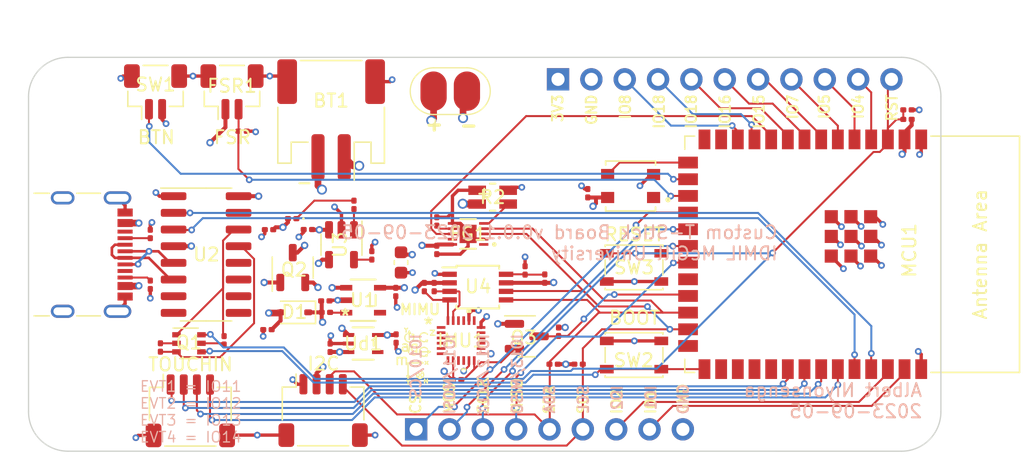
<source format=kicad_pcb>
(kicad_pcb (version 20221018) (generator pcbnew)
  (title_block (title "T-Stick Custom ESP32 Control Board") (date "2023-09") (rev "v0.0.2"))
  (layers (0 "F.Cu" signal) (1 "In1.Cu" signal) (2 "In2.Cu" signal) (31 "B.Cu" signal) (34 "B.Paste" user) (35 "F.Paste" user) (36 "B.SilkS" user "B.Silkscreen") (37 "F.SilkS" user "F.Silkscreen") (38 "B.Mask" user) (39 "F.Mask" user) (44 "Edge.Cuts" user))
  (net 0 "")
  (net 1 "+BATT")
  (net 2 "-BATT")
  (net 3 "CSP")
  (net 4 "+1V8")
  (net 5 "+3V3")
  (net 6 "GND")
  (net 7 "/EN")
  (net 8 "VUSB")
  (net 9 "/IO2")
  (net 11 "/SCL")
  (net 12 "/SDA")
  (net 13 "/FG_CSN")
  (net 14 "/IO16")
  (net 16 "/IO4")
  (net 26 "/IMU_INT")
  (net 34 "Net-(J1-CC1)")
  (net 35 "/D+")
  (net 36 "/D-")
  (net 38 "Net-(J1-CC2)")
  (net 40 "/IO21")
  (net 41 "/RTS")
  (net 42 "Net-(Q1A-B1)")
  (net 43 "/DTR")
  (net 44 "/IO0")
  (net 45 "Net-(Q1B-B2)")
  (net 46 "/CE")
  (net 47 "/PROG")
  (net 48 "/IO15")
  (net 49 "/IO14")
  (net 50 "/TXD")
  (net 51 "/RXD")
  (net 52 "/LS_EN")
  (net 53 "/LV_SCL")
  (net 61 "/IO5")
  (net 62 "/IO6")
  (net 63 "/IO7")
  (net 64 "/LV_SDA")
  (net 65 "/IO8")
  (net 66 "/IO9")
  (net 67 "/IO17")
  (net 68 "/IO18")
  (net 69 "/IO45")
  (net 73 "/IO38")
  (net 74 "/IO1")
  (net 76 "/USBD-")
  (net 77 "/USBD+")
  (net 78 "/IO3")
  (net 79 "/IO46")
  (net 80 "/IO39{slash}MTCK")
  (net 81 "/IO40{slash}MTDO")
  (net 82 "/IO41{slash}MTDI")
  (net 83 "/IO42{slash}MTMS")
  (net 84 "Net-(CHARGLED1-K)")
  (net 85 "/STAT")
  (net 87 "VIN")
  (net 88 "/REG")
  (net 90 "/IO10{slash}CS")
  (net 91 "/IO11{slash}MOSI")
  (net 92 "/IO12{slash}SCLK")
  (net 93 "/IO13{slash}MISO")
  (footprint "Button_Switch_SMD:SW_SPST_PTS810" (layer "F.Cu") (at 134.275 61.325)
    (fp_text reference "SW3")
    (fp_text value "PTS810 SJM Switch")
  )
  (footprint "Connector_JST:JST_PH_S2B-PH-SM4-TB_1x02-1MP_P2.00mm_Horizontal" (layer "F.Cu") (at 111.2 50.075 180)
    (fp_text reference "BT1")
    (fp_text value "JST-PH-1x02-2.000mm")
  )
  (footprint "Resistor_SMD:R_0201_0603Metric" (layer "F.Cu") (at 128.525 66.225 90)
    (fp_text reference "R23" hide)
    (fp_text value "10k")
  )
  (footprint "Diode_SMD:D_SOD-323" (layer "F.Cu") (at 108.402498 64.750002 180)
    (fp_text reference "D1")
    (fp_text value "3A/10V/288mJ")
  )
  (footprint "Resistor_SMD:R_0201_0603Metric" (layer "F.Cu") (at 106.3498 66.0654)
    (fp_text reference "R13" hide)
    (fp_text value "10k")
  )
  (footprint "Resistor_SMD:R_0201_0603Metric" (layer "F.Cu") (at 127.475 62.18 -90)
    (fp_text reference "R18" hide)
    (fp_text value "200k")
  )
  (footprint "Resistor_SMD:R_0201_0603Metric" (layer "F.Cu") (at 112.94 56.56 -90)
    (fp_text reference "R3" hide)
    (fp_text value "1k")
  )
  (footprint "solderpads:SolderPad" (layer "F.Cu") (at 119.005 47.9 180)
    (fp_text reference "BT2" hide)
    (fp_text value "Battery_Cell")
  )
  (footprint "Resistor_SMD:R_0201_0603Metric" (layer "F.Cu") (at 130.05 68.7 180)
    (fp_text reference "R19" hide)
    (fp_text value "2k2")
  )
  (footprint "LED_SMD:LED_0201_0603Metric" (layer "F.Cu") (at 108.2325 57.61 180)
    (fp_text reference "CHARGLED1" hide)
    (fp_text value "LED")
  )
  (footprint "Button_Switch_SMD:SW_SPST_PTS810" (layer "F.Cu") (at 134.275 68 180)
    (fp_text reference "SW2")
    (fp_text value "PTS810 SJM Switch")
  )
  (footprint "max17055-footprints:21-100013A_T102A2&plus_1C_MXM" (layer "F.Cu") (at 121.6336 58.775001 180)
    (fp_text reference "FG1")
    (fp_text value "MAX17055ETB+T")
  )
  (footprint "Capacitor_SMD:C_0201_0603Metric" (layer "F.Cu") (at 111.125 67.45 90)
    (fp_text reference "C4" hide)
    (fp_text value "1uF")
  )
  (footprint "ICM20948-footprints:QFN24_3X3X0P9_IVS" (layer "F.Cu") (at 121.1 66.9)
    (fp_text reference "IMU1")
    (fp_text value "ICM-20948")
  )
  (footprint "PCM_Espressif:ESP32-S3-WROOM-2" (layer "F.Cu") (at 147.89 60.325 -90)
    (fp_text reference "MCU1")
    (fp_text value "ESP32-S3-WROOM-2")
  )
  (footprint "Resistor_SMD:R_0201_0603Metric" (layer "F.Cu") (at 120.795 69.875 180)
    (fp_text reference "R21" hide)
    (fp_text value "10k")
  )
  (footprint "Capacitor_SMD:C_0201_0603Metric" (layer "F.Cu") (at 109.43 58.44 180)
    (fp_text reference "C12" hide)
    (fp_text value "0.47uF")
  )
  (footprint "Resistor_SMD:R_0201_0603Metric" (layer "F.Cu") (at 97.425 62.65 90)
    (fp_text reference "R6" hide)
    (fp_text value "5k1")
  )
  (footprint "Connector_JST:JST_SH_SM04B-SRSS-TB_1x04-1MP_P1.00mm_Horizontal" (layer "F.Cu") (at 110.5902 72.225)
    (fp_text reference "QWIIC1" hide)
    (fp_text value "JST-SH-1x04 1.0mm")
  )
  (footprint "Connector_PinHeader_2.54mm:PinHeader_1x11_P2.54mm_Vertical" (layer "F.Cu") (at 128.485 47 90)
    (fp_text reference "J2" hide)
    (fp_text value "GPIO2")
  )
  (footprint "Resistor_SMD:R_0201_0603Metric" (layer "F.Cu") (at 98.1964 67.4264 90)
    (fp_text reference "R12" hide)
    (fp_text value "10k")
  )
  (footprint "max8511-footprints:21-0076_X5&plus_1_MXM" (layer "F.Cu") (at 113.641549 67.125001)
    (fp_text reference "Ud1")
    (fp_text value "MAX8511EXK18+T")
  )
  (footprint "Connector_JST:JST_SH_SM04B-SRSS-TB_1x04-1MP_P1.00mm_Horizontal" (layer "F.Cu") (at 100.475 72.25)
    (fp_text reference "TrillExtensionInput1" hide)
    (fp_text value "JST-SH 1x08 1.00mm")
  )
  (footprint "Resistor_SMD:R_0201_0603Metric" (layer "F.Cu") (at 114.3 60.41 -90)
    (fp_text reference "R15" hide)
    (fp_text value "2k")
  )
  (footprint "Capacitor_SMD:C_0201_0603Metric" (layer "F.Cu") (at 119.25 59.995 -90)
    (fp_text reference "C1" hide)
    (fp_text value "0.1uF")
  )
  (footprint "Connector_JST:JST_SH_BM02B-SRSS-TB_1x02-1MP_P1.00mm_Vertical" (layer "F.Cu") (at 103.65 47.95)
    (fp_text reference "FSR1")
    (fp_text value "JST-SH-1.00mm 1x2")
  )
  (footprint "Package_TO_SOT_SMD:SOT-23-3" (layer "F.Cu") (at 108.277498 61.337502 90)
    (fp_text reference "Q2")
    (fp_text value "20V/4.2A/52mOhm/1.4W")
  )
  (footprint "neopixel:2659" (layer "F.Cu") (at 134.0125 55.125 180)
    (fp_text reference "PWLED1" hide)
    (fp_text value "SK6812MINI")
  )
  (footprint "Capacitor_SMD:C_0201_0603Metric" (layer "F.Cu") (at 155.105 49.325)
    (fp_text reference "C9" hide)
    (fp_text value "1uF")
  )
  (footprint "Connector_PinHeader_2.54mm:PinHeader_1x09_P2.54mm_Vertical" (layer "F.Cu") (at 117.675 73.6625 90)
    (fp_text reference "J3" hide)
    (fp_text value "GPIO1")
  )
  (footprint "Connector_JST:JST_SH_BM02B-SRSS-TB_1x02-1MP_P1.00mm_Vertical" (layer "F.Cu") (at 97.825 47.95)
    (fp_text reference "SW1")
    (fp_text value "JST-SH-1.00mm 1x2")
  )
  (footprint "Package_SO:SOIC-16_3.9x9.9mm_P1.27mm" (layer "F.Cu") (at 101.675 60.345)
    (fp_text reference "U2")
    (fp_text value "CH340C")
  )
  (footprint "Capacitor_SMD:C_0201_0603Metric" (layer "F.Cu") (at 130.75 55.675 90)
    (fp_text reference "C13" hide)
    (fp_text value "0.1uF")
  )
  (footprint "MountingHole:MountingHole_3.2mm_M3_DIN965" (layer "F.Cu") (at 91.5256 70.342)
    (fp_text reference "H2" hide)
    (fp_text value "MountingHole" hide)
  )
  (footprint "Capacitor_SMD:C_0201_0603Metric" (layer "F.Cu") (at 116.15 66.745 -90)
    (fp_text reference "C3" hide)
    (fp_text value "1uF")
  )
  (footprint "Capacitor_SMD:C_0201_0603Metric" (layer "F.Cu") (at 116.125 63.2 -90)
    (fp_text reference "C7" hide)
    (fp_text value "0.1uF")
  )
  (footprint "Resistor_SMD:R_0201_0603Metric" (layer "F.Cu") (at 155.105 50.05)
    (fp_text reference "R5" hide)
    (fp_text value "10k")
  )
  (footprint "MountingHole:MountingHole_3.2mm_M3_DIN965" (layer "F.Cu") (at 91.7796 50.85)
    (fp_text reference "H1" hide)
    (fp_text value "MountingHole" hide)
  )
  (footprint "Resistor_SMD:R_0201_0603Metric" (layer "F.Cu") (at 103.0478 66.8782 -90)
    (fp_text reference "R8" hide)
    (fp_text value "10k")
  )
  (footprint "XC6222B331MR-footprints:SOT-25_TOR" (layer "F.Cu") (at 113.638749 63.825001)
    (fp_text reference "U1")
    (fp_text value "XC6222B331MR-G")
  )
  (footprint "Capacitor_SMD:C_0201_0603Metric" (layer "F.Cu") (at 125.975 61.555 90)
    (fp_text reference "C14" hide)
    (fp_text value "0.1uF")
  )
  (footprint "Capacitor_SMD:C_0201_0603Metric" (layer "F.Cu") (at 119.25 57.825 90)
    (fp_text reference "C2" hide)
    (fp_text value "0.47uF")
  )
  (footprint "Package_SO:TSSOP-8_3x3mm_P0.65mm" (layer "F.Cu") (at 122.375 62.825)
    (fp_text reference "U4")
    (fp_text value "PCA9306DP")
  )
  (footprint "Resistor_SMD:R_0201_0603Metric" (layer "F.Cu") (at 110.802498 64.750002 180)
    (fp_text reference "R14" hide)
    (fp_text value "10k")
  )
  (footprint "Capacitor_SMD:C_0201_0603Metric" (layer "F.Cu") (at 106.47 58.45 180)
    (fp_text reference "C11" hide)
    (fp_text value "0.47uF")
  )
  (footprint "ul_LVK12R010CER-footprints:LVK12_OHM-L" (layer "F.Cu") (at 123.5049 55.975)
    (fp_text reference "R2")
    (fp_text value "Ohmite_LVK12 10m")
  )
  (footprint "Resistor_SMD:R_0201_0603Metric" (layer "F.Cu") (at 119.05 62.825 90)
    (fp_text reference "R16" hide)
    (fp_text value "2k2")
  )
  (footprint "Connector_USB:USB_C_Receptacle_GCT_USB4105-xx-A_16P_TopMnt_Horizontal" (layer "F.Cu") (at 91.825 60.3482 -90)
    (fp_text reference "J1" hide)
    (fp_text value "USB_C_Receptacle_USB2.0")
  )
  (footprint "Package_TO_SOT_SMD:SOT-23" (layer "F.Cu") (at 126.1 66.575)
    (fp_text reference "Q3")
    (fp_text value "BSS138")
  )
  (footprint "Capacitor_SMD:C_0603_1608Metric" (layer "F.Cu") (at 116.525 60.95 -90)
    (fp_text reference "C8" hide)
    (fp_text value "10uF")
  )
  (footprint "Resistor_SMD:R_0201_0603Metric" (layer "F.Cu") (at 128.15 68.7)
    (fp_text reference "R20" hide)
    (fp_text value "2k2")
  )
  (footprint "Package_TO_SOT_SMD:SOT-363_SC-70-6" (layer "F.Cu") (at 100.3706 67.1068)
    (fp_text reference "Q1")
    (fp_text value "MBT3904DW1")
  )
  (footprint "Resistor_SMD:R_0201_0603Metric" (layer "F.Cu") (at 97.425 58.78 -90)
    (fp_text reference "R7" hide)
    (fp_text value "5k1")
  )
  (footprint "Package_TO_SOT_SMD:SOT-23-5" (layer "F.Cu") (at 111.99 59.5975 -90)
    (fp_text reference "U3")
    (fp_text value "MCP73831-2-OT")
  )
  (footprint "Resistor_SMD:R_0201_0603Metric" (layer "F.Cu") (at 104.455 50.95)
    (fp_text reference "R1" hide)
    (fp_text value "1k")
  )
  (footprint "Resistor_SMD:R_0201_0603Metric" (layer "F.Cu") (at 118.3 62.825 90)
    (fp_text reference "R17" hide)
    (fp_text value "2k2")
  )
  (footprint "Capacitor_SMD:C_0201_0603Metric" (layer "F.Cu") (at 110.757498 63.875002)
    (fp_text reference "C10" hide)
    (fp_text value "1uF")
  )
  (gr_line (start 117.78902 69.333508) (end 118.14902 69.693508) (stroke (width 0.1016)) (layer "F.SilkS"))
  (gr_line (start 117.172803 69.920223) (end 117.062803 70.030223) (stroke (width 0.1016)) (layer "F.SilkS"))
  (gr_line (start 118.31902 69.833508) (end 118.52902 70.123508) (stroke (width 0.1016)) (layer "F.SilkS"))
  (gr_line (start 118.52902 70.123508) (end 118.52902 69.833508) (stroke (width 0.1016)) (layer "F.SilkS"))
  (gr_line (start 117.062803 70.220223) (end 117.062803 70.030223) (stroke (width 0.1016)) (layer "F.SilkS"))
  (gr_line (start 117.154004 66.818507) (end 117.154004 66.168507) (stroke (width 0.1016)) (layer "F.SilkS"))
  (gr_arc (start 118.446857 68.040847) (mid 117.927313 67.702307) (end 118.524003 67.533507) (stroke (width 0.1016)) (layer "F.SilkS"))
  (gr_poly (pts (xy 116.95902 69.583508) (xy 117.05902 69.783508) (xy 117.15902 69.583508)) (stroke (width 0.1016)) (fill solid) (layer "F.SilkS"))
  (gr_line (start 117.05902 68.603508) (end 118.05902 68.603508) (stroke (width 0.1016)) (layer "F.SilkS"))
  (gr_poly (pts (xy 118.543573 66.872048) (xy 118.50072 66.994708) (xy 118.44072 66.864708)) (stroke (width 0.1016)) (fill solid) (layer "F.SilkS"))
  (gr_line (start 118.31902 70.123508) (end 118.31902 69.833508) (stroke (width 0.1016)) (layer "F.SilkS"))
  (gr_poly (pts (xy 118.564004 67.853507) (xy 118.764004 67.753507) (xy 118.564004 67.653507)) (stroke (width 0.1016)) (fill solid) (layer "F.SilkS"))
  (gr_line (start 118.362803 68.700223) (end 118.572803 68.490223) (stroke (width 0.1016)) (layer "F.SilkS"))
  (gr_line (start 118.18902 69.313508) (end 117.79902 69.693508) (stroke (width 0.1016)) (layer "F.SilkS"))
  (gr_line (start 117.225 67.125) (end 117.1 67.825) (stroke (width 0.1016)) (layer "F.SilkS"))
  (gr_line (start 117.062803 70.030223) (end 116.952803 69.920223) (stroke (width 0.1016)) (layer "F.SilkS"))
  (gr_line (start 116.912803 66.065223) (end 116.802803 65.955223) (stroke (width 0.1016)) (layer "F.SilkS"))
  (gr_line (start 118.752803 66.115223) (end 119.062803 66.115223) (stroke (width 0.1016)) (layer "F.SilkS"))
  (gr_poly (pts (xy 118.00902 68.693508) (xy 118.20902 68.593508) (xy 118.00902 68.493508)) (stroke (width 0.1016)) (fill solid) (layer "F.SilkS"))
  (gr_line (start 118.772803 66.485223) (end 119.062803 66.115223) (stroke (width 0.1016)) (layer "F.SilkS"))
  (gr_line (start 117.05902 69.603508) (end 117.05902 68.603508) (stroke (width 0.1016)) (layer "F.SilkS"))
  (gr_line (start 117.022803 65.955223) (end 116.912803 66.065223) (stroke (width 0.1016)) (layer "F.SilkS"))
  (gr_poly (pts (xy 118.526857 67.980847) (xy 118.484004 68.103507) (xy 118.424004 67.973507)) (stroke (width 0.1016)) (fill solid) (layer "F.SilkS"))
  (gr_line (start 118.772803 66.485223) (end 119.10372 66.485223) (stroke (width 0.1016)) (layer "F.SilkS"))
  (gr_arc (start 117.441344 66.485654) (mid 117.102831 67.005213) (end 116.934004 66.408508) (stroke (width 0.1016)) (layer "F.SilkS"))
  (gr_arc (start 118.463573 66.932048) (mid 117.944004 66.593507) (end 118.540719 66.424708) (stroke (width 0.1016)) (layer "F.SilkS"))
  (gr_line (start 116.912803 66.255223) (end 116.912803 66.065223) (stroke (width 0.1016)) (layer "F.SilkS"))
  (gr_line (start 118.572803 68.700223) (end 118.362803 68.490223) (stroke (width 0.1016)) (layer "F.SilkS"))
  (gr_line (start 118.114004 67.753507) (end 118.764004 67.753507) (stroke (width 0.1016)) (layer "F.SilkS"))
  (gr_poly (pts (xy 117.381344 66.405654) (xy 117.504004 66.448507) (xy 117.374004 66.508507)) (stroke (width 0.1016)) (fill solid) (layer "F.SilkS"))
  (gr_circle (center 117.97902 69.503508) (end 118.19902 69.343508) (stroke (width 0.1016)) (fill none) (layer "F.SilkS"))
  (gr_poly (pts (xy 117.254004 66.368507) (xy 117.154004 66.168507) (xy 117.054004 66.368507)) (stroke (width 0.1016)) (fill solid) (layer "F.SilkS"))
  (gr_line locked (start 154.65 75.3259) (end 91.15 75.3241) (stroke (width 0.1)) (layer "Edge.Cuts"))
  (gr_line locked (start 157.65 72.3259) (end 157.65 48.3241) (stroke (width 0.1)) (layer "Edge.Cuts"))
  (gr_arc locked (start 88.15 48.3241) (mid 89.02868 46.20278) (end 91.15 45.3241) (stroke (width 0.1)) (layer "Edge.Cuts"))
  (gr_line locked (start 88.15 48.3241) (end 88.15 72.3241) (stroke (width 0.1)) (layer "Edge.Cuts"))
  (gr_arc locked (start 154.65 45.3241) (mid 156.772593 46.203307) (end 157.6518 48.3259) (stroke (width 0.1)) (layer "Edge.Cuts"))
  (gr_line locked (start 91.15 45.3241) (end 154.65 45.3241) (stroke (width 0.1)) (layer "Edge.Cuts"))
  (gr_arc locked (start 91.15 75.3241) (mid 89.02868 74.44542) (end 88.15 72.3241) (stroke (width 0.1)) (layer "Edge.Cuts"))
  (gr_arc locked (start 157.65 72.3259) (mid 156.77132 74.44722) (end 154.65 75.3259) (stroke (width 0.1)) (layer "Edge.Cuts"))
  (gr_text "IO10/CS\n\nIO11/MOSI\n\nIO12/SCLK\n\nIO13/MISO" (at 121.525 66.325 90) (layer "B.SilkS") (effects (font (size 0.8 0.75)) (justify left mirror)))
  (gr_text "GND" (at 138.025 70.125 90) (layer "B.SilkS") (effects (font (size 0.8 0.75)) (justify left mirror)))
  (gr_text "Custom T-Stick Board v0.0.1 2023-09-05\nIDMIL McGill University" (at 145.3 60.85) (layer "B.SilkS") (effects (font (size 1 1)) (justify left bottom mirror)))
  (gr_text "EVT1 = IO11\nEVT2 = IO12\nEVT3 = IO13\nEVT4 = IO14" (at 96.575 74.725) (layer "B.SilkS") (effects (font (size 0.8 0.8) (thickness 0.1)) (justify left bottom)))
  (gr_text "Albert Niyonsenga\n2023-09-05" (at 156.3 72.875) (layer "B.SilkS") (effects (font (size 1 1)) (justify left bottom mirror)))
  (gr_text "SDA\n\nSCL\n\nIO2\n\nIO1" (at 131.7 70.225 90) (layer "B.SilkS") (effects (font (size 0.8 0.75)) (justify left mirror)))
  (gr_text "3V3\n\nGND\n\nIO8\n\nIO18" (at 132.325 48.075 90) (layer "F.SilkS") (effects (font (size 0.8 0.75)) (justify right)))
  (gr_text "BOOT" (at 132.275 65.75) (layer "F.SilkS") (effects (font (size 1 1)) (justify left bottom)))
  (gr_text "TOUCHIN" (at 97.175 69.3) (layer "F.SilkS") (effects (font (size 1 1)) (justify left bottom)))
  (gr_text "a" (at 116.4 67.8) (layer "F.SilkS") (effects (font (size 0.8 0.8) (thickness 0.12)) (justify left bottom)))
  (gr_text "IO5\n\nIO4\n\nRST" (at 151.35 48.05 90) (layer "F.SilkS") (effects (font (size 0.8 0.75)) (justify right)))
  (gr_text "+" (at 122.15 56.225) (layer "F.SilkS") (effects (font (size 1 1)) (justify left bottom)))
  (gr_text "BTN" (at 96.375 52) (layer "F.SilkS") (effects (font (size 1 1)) (justify left bottom)))
  (gr_text "g" (at 117.1 67.825) (layer "F.SilkS") (effects (font (size 0.8 0.8) (thickness 0.12)) (justify left bottom)))
  (gr_text "RESET" (at 131.925 59.4) (layer "F.SilkS") (effects (font (size 1 1)) (justify left bottom)))
  (gr_text "-" (at 120.9 51.075) (layer "F.SilkS") (effects (font (size 1 1) (thickness 0.25) bold) (justify left bottom)))
  (gr_text "+" (at 118.275 51) (layer "F.SilkS") (effects (font (size 1 1) (thickness 0.25) bold) (justify left bottom)))
  (gr_text "CS\n\nMOSI\n\nSCLK\n\nMISO" (at 121.5 72.575 90) (layer "F.SilkS") (effects (font (size 0.8 0.75)) (justify left)))
  (gr_text "GND" (at 138 72.575 90) (layer "F.SilkS") (effects (font (size 0.8 0.75)) (justify left)))
  (gr_text "IO18\n\nIO16\n\nIO15\n\nIO7" (at 142.5 48.075 90) (layer "F.SilkS") (effects (font (size 0.8 0.75)) (justify right)))
  (gr_text "MIMU" (at 116.35 65) (layer "F.SilkS") (effects (font (size 0.8 0.8)) (justify left bottom)))
  (gr_text "SDA\n\nSCL\n\nIO2\n\nIO1" (at 131.675 72.575 90) (layer "F.SilkS") (effects (font (size 0.8 0.75)) (justify left)))
  (gr_text "-" (at 108.45 55.425) (layer "F.SilkS") (effects (font (size 1 1)) (justify left bottom)))
  (gr_text "m" (at 115.975 68.825) (layer "F.SilkS") (effects (font (size 0.8 0.8) (thickness 0.12)) (justify left bottom)))
  (gr_text "FSR" (at 102.175 52) (layer "F.SilkS") (effects (font (size 1 1)) (justify left bottom)))
  (gr_text "I2C" (at 109.3 69.25) (layer "F.SilkS") (effects (font (size 1 1)) (justify left bottom)))
  (segment (start 119.005 49.965) (end 118.83 50.14) (width 0.508) (layer "F.Cu") (net 1))
  (segment (start 112.8595 53.5845) (end 112.2 52.925) (width 0.508) (layer "F.Cu") (net 1))
  (segment (start 119.005 47.9) (end 119.005 49.965) (width 0.508) (layer "F.Cu") (net 1))
  (segment (start 108.277498 60.200002) (end 108.629998 60.200002) (width 0.3048) (layer "F.Cu") (net 1))
  (segment (start 119.25 59.675) (end 119.3432 59.5818) (width 0.3048) (layer "F.Cu") (net 1))
  (segment (start 109.77 58.46) (end 109.75 58.44) (width 0.3048) (layer "F.Cu") (net 1))
  (segment (start 111.04 58.46) (end 109.77 58.46) (width 0.3048) (layer "F.Cu") (net 1))
  (segment (start 119.3432 59.5818) (end 120.4422 59.5818) (width 0.3048) (layer "F.Cu") (net 1))
  (segment (start 118.15 59.675) (end 119.25 59.675) (width 0.3048) (layer "F.Cu") (net 1))
  (segment (start 118.125 59.65) (end 118.15 59.675) (width 0.3048) (layer "F.Cu") (net 1))
  (segment (start 113.34 53.5845) (end 112.8595 53.5845) (width 0.508) (layer "F.Cu") (net 1))
  (segment (start 108.629998 60.200002) (end 109.18 59.65) (width 0.3048) (layer "F.Cu") (net 1))
  (via (at 118.83 50.14) (size 0.762) (drill 0.508) (layers "F.Cu" "B.Cu") (net 1))
  (via (at 113.34 53.5845) (size 0.762) (drill 0.508) (layers "F.Cu" "B.Cu") (net 1))
  (via (at 109.18 59.65) (size 0.5588) (drill 0.3048) (layers "F.Cu" "B.Cu") (net 1))
  (via (at 118.125 59.65) (size 0.5588) (drill 0.3048) (layers "F.Cu" "B.Cu") (net 1))
  (via (at 110.3 58.46) (size 0.5588) (drill 0.3048) (layers "F.Cu" "B.Cu") (net 1))
  (segment (start 122.325 56.5) (end 121.25 56.5) (width 0.508) (layer "F.Cu") (net 2))
  (segment (start 121.25 56.5) (end 121.225 56.475) (width 0.508) (layer "F.Cu") (net 2))
  (segment (start 110.2 55.1) (end 110.5 55.4) (width 0.508) (layer "F.Cu") (net 2))
  (segment (start 121.25 49.95) (end 121.25 48.195) (width 0.508) (layer "F.Cu") (net 2))
  (segment (start 121.25 48.195) (end 121.545 47.9) (width 0.508) (layer "F.Cu") (net 2))
  (segment (start 110.2 52.925) (end 110.2 55.1) (width 0.508) (layer "F.Cu") (net 2))
  (via (at 110.5 55.4) (size 0.762) (drill 0.508) (layers "F.Cu" "B.Cu") (net 2))
  (via (at 121.25 49.95) (size 0.762) (drill 0.508) (layers "F.Cu" "B.Cu") (net 2))
  (via (at 121.225 56.475) (size 0.762) (drill 0.508) (layers "F.Cu" "B.Cu") (net 2))
  (segment (start 121.6336 58.559201) (end 121.6336 58.775001) (width 0.254) (layer "F.Cu") (net 3))
  (segment (start 122.825 59.175) (end 122.033599 59.175) (width 0.254) (layer "F.Cu") (net 3))
  (segment (start 120.4422 57.125) (end 120.4422 55.8828) (width 0.254) (layer "F.Cu") (net 3))
  (segment (start 119.25 60.315) (end 121.046101 60.315) (width 0.254) (layer "F.Cu") (net 3))
  (segment (start 121.049399 57.975) (end 121.6336 58.559201) (width 0.254) (layer "F.Cu") (net 3))
  (segment (start 122.325 55.45) (end 120.875 55.45) (width 0.254) (layer "F.Cu") (net 3))
  (segment (start 121.046101 60.315) (end 121.6336 59.727501) (width 0.254) (layer "F.Cu") (net 3))
  (segment (start 120.4422 57.975) (end 121.049399 57.975) (width 0.254) (layer "F.Cu") (net 3))
  (segment (start 120.875 55.45) (end 120.4422 55.8828) (width 0.254) (layer "F.Cu") (net 3))
  (segment (start 121.6336 59.727501) (end 121.6336 58.775001) (width 0.254) (layer "F.Cu") (net 3))
  (segment (start 119.25 57.505) (end 120.0622 57.505) (width 0.254) (layer "F.Cu") (net 3))
  (segment (start 120.0622 57.505) (end 120.4422 57.125) (width 0.254) (layer "F.Cu") (net 3))
  (segment (start 120.4422 57.975) (end 120.4422 57.125) (width 0.254) (layer "F.Cu") (net 3))
  (segment (start 122.033599 59.175) (end 121.6336 58.775001) (width 0.254) (layer "F.Cu") (net 3))
  (segment (start 120.22 62.505) (end 120.225 62.5) (width 0.3048) (layer "F.Cu") (net 4))
  (segment (start 123.9 65.625) (end 125.1625 65.625) (width 0.3048) (layer "F.Cu") (net 4))
  (segment (start 119.8175 69.2375) (end 120.505 69.925) (width 0.1524) (layer "F.Cu") (net 4))
  (segment (start 119.05 62.505) (end 120.22 62.505) (width 0.3048) (layer "F.Cu") (net 4))
  (segment (start 116.099998 66.475002) (end 116.15 66.425) (width 0.3048) (layer "F.Cu") (net 4))
  (segment (start 123.375 67.9) (end 123.374999 67.900001) (width 0.1524) (layer "F.Cu") (net 4))
  (segment (start 120.500001 68.4216) (end 120.500001 69.920001) (width 0.1524) (layer "F.Cu") (net 4))
  (segment (start 120.500001 69.920001) (end 120.505 69.925) (width 0.1524) (layer "F.Cu") (net 4))
  (segment (start 114.75 66.475002) (end 116.099998 66.475002) (width 0.3048) (layer "F.Cu") (net 4))
  (segment (start 119.8125 69.2375) (end 119.8175 69.2375) (width 0.1524) (layer "F.Cu") (net 4))
  (segment (start 118.3 62.505) (end 119.05 62.505) (width 0.3048) (layer "F.Cu") (net 4))
  (segment (start 118.3 62.505) (end 118.137524 62.505) (width 0.3048) (layer "F.Cu") (net 4))
  (segment (start 123.374999 67.900001) (end 122.6216 67.900001) (width 0.1524) (layer "F.Cu") (net 4))
  (segment (start 118.137524 62.505) (end 117.596262 63.046262) (width 0.3048) (layer "F.Cu") (net 4))
  (via (at 119.8125 69.2375) (size 0.5588) (drill 0.3048) (layers "F.Cu" "B.Cu") (net 4))
  (via (at 117.596262 63.046262) (size 0.5588) (drill 0.3048) (layers "F.Cu" "B.Cu") (net 4))
  (via (at 115.475 66.475002) (size 0.5588) (drill 0.3048) (layers "F.Cu" "B.Cu") (net 4))
  (via (at 123.375 67.9) (size 0.5588) (drill 0.3048) (layers "F.Cu" "B.Cu") (net 4))
  (via (at 123.9 65.625) (size 0.5588) (drill 0.3048) (layers "F.Cu" "B.Cu") (net 4))
  (segment (start 116.7 60.35) (end 116.525 60.175) (width 0.3048) (layer "F.Cu") (net 5))
  (segment (start 154.88 52.52) (end 154.88 51.575) (width 0.3048) (layer "F.Cu") (net 5))
  (segment (start 116.13 62.875) (end 116.125 62.88) (width 0.3048) (layer "F.Cu") (net 5))
  (segment (start 129.075 68.7) (end 129.73 68.7) (width 0.3048) (layer "F.Cu") (net 5))
  (segment (start 155.425 50.4904) (end 155.425 50.05) (width 0.3048) (layer "F.Cu") (net 5))
  (segment (start 114.925 62.875) (end 116.12 62.875) (width 0.3048) (layer "F.Cu") (net 5))
  (segment (start 131.375 56) (end 130.755 56) (width 0.3048) (layer "F.Cu") (net 5))
  (segment (start 103.15 49.275) (end 103.15 50.65) (width 0.3048) (layer "F.Cu") (net 5))
  (segment (start 104.15 55.9) (end 105.675 55.9) (width 0.3048) (layer "F.Cu") (net 5))
  (segment (start 110.0902 69.3848) (end 110.0902 70.225) (width 0.3048) (layer "F.Cu") (net 5))
  (segment (start 154.88 51.0354) (end 155.425 50.4904) (width 0.3048) (layer "F.Cu") (net 5))
  (segment (start 154.88 51.575) (end 154.88 51.0354) (width 0.3048) (layer "F.Cu") (net 5))
  (segment (start 127.475 62.5) (end 128.125 62.5) (width 0.3048) (layer "F.Cu") (net 5))
  (segment (start 100.54 59.71) (end 100.55 59.7) (width 0.3048) (layer "F.Cu") (net 5))
  (segment (start 154.7 52.7) (end 154.88 52.52) (width 0.3048) (layer "F.Cu") (net 5))
  (segment (start 99.2 59.71) (end 100.54 59.71) (width 0.3048) (layer "F.Cu") (net 5))
  (segment (start 128.125 62.5) (end 128.15 62.475) (width 0.3048) (layer "F.Cu") (net 5))
  (segment (start 131.375 56) (end 131.375 56.4425) (width 0.3048) (layer "F.Cu") (net 5))
  (segment (start 116.12 62.875) (end 116.125 62.88) (width 0.3048) (layer "F.Cu") (net 5))
  (segment (start 130.755 56) (end 130.75 55.995) (width 0.3048) (layer "F.Cu") (net 5))
  (segment (start 117.375 60.35) (end 116.7 60.35) (width 0.3048) (layer "F.Cu") (net 5))
  (segment (start 131.375 56.4425) (end 131.15 56.6675) (width 0.3048) (layer "F.Cu") (net 5))
  (segment (start 129.025 65.9) (end 129.02 65.905) (width 0.3048) (layer "F.Cu") (net 5))
  (segment (start 132.2625 56) (end 131.375 56) (width 0.3048) (layer "F.Cu") (net 5))
  (segment (start 110.575 68.9) (end 110.0902 69.3848) (width 0.3048) (layer "F.Cu") (net 5))
  (segment (start 124.525 62.5) (end 127.475 62.5) (width 0.3048) (layer "F.Cu") (net 5))
  (segment (start 103.15 50.65) (end 101.975 51.825) (width 0.3048) (layer "F.Cu") (net 5))
  (segment (start 129.02 65.905) (end 128.525 65.905) (width 0.3048) (layer "F.Cu") (net 5))
  (segment (start 116.775 62.875) (end 116.13 62.875) (width 0.3048) (layer "F.Cu") (net 5))
  (segment (start 128.47 68.7) (end 129.075 68.7) (width 0.3048) (layer "F.Cu") (net 5))
  (via (at 128.15 62.475) (size 0.5588) (drill 0.3048) (layers "F.Cu" "B.Cu") (net 5))
  (via (at 117.375 60.35) (size 0.5588) (drill 0.3048) (layers "F.Cu" "B.Cu") (net 5))
  (via (at 129.025 65.9) (size 0.5588) (drill 0.3048) (layers "F.Cu" "B.Cu") (net 5))
  (via (at 131.15 56.6675) (size 0.5588) (drill 0.3048) (layers "F.Cu" "B.Cu") (net 5))
  (via (at 105.675 55.9) (size 0.5588) (drill 0.3048) (layers "F.Cu" "B.Cu") (net 5))
  (via (at 116.775 62.875) (size 0.5588) (drill 0.3048) (layers "F.Cu" "B.Cu") (net 5))
  (via (at 101.975 51.825) (size 0.5588) (drill 0.3048) (layers "F.Cu" "B.Cu") (net 5))
  (via (at 154.7 52.7) (size 0.5588) (drill 0.3048) (layers "F.Cu" "B.Cu") (net 5))
  (via (at 129.075 68.7) (size 0.5588) (drill 0.3048) (layers "F.Cu" "B.Cu") (net 5))
  (via (at 100.55 59.7) (size 0.5588) (drill 0.3048) (layers "F.Cu" "B.Cu") (net 5))
  (via (at 110.575 68.9) (size 0.5588) (drill 0.3048) (layers "F.Cu" "B.Cu") (net 5))
  (segment (start 130.5213 55.355) (end 130.275 55.1087) (width 0.254) (layer "F.Cu") (net 6))
  (segment (start 111.125 66.575) (end 111.175 66.525) (width 0.254) (layer "F.Cu") (net 6))
  (segment (start 136.35 66.925) (end 132.2 66.925) (width 0.254) (layer "F.Cu") (net 6))
  (segment (start 124.9098 55.225) (end 124.6848 55.45) (width 0.254) (layer "F.Cu") (net 6))
  (segment (start 149.3 58.965) (end 149.365 58.965) (width 0.254) (layer "F.Cu") (net 6))
  (segment (start 111.129999 67.125001) (end 111.125 67.13) (width 0.254) (layer "F.Cu") (net 6))
  (segment (start 121.699999 68.825001) (end 121.699999 68.4216) (width 0.1524) (layer "F.Cu") (net 6))
  (segment (start 136.35 62.4) (end 134.3 62.4) (width 0.254) (layer "F.Cu") (net 6))
  (segment (start 95.505 64.0932) (end 94.93 64.6682) (width 0.254) (layer "F.Cu") (net 6))
  (segment (start 98.325 50.075) (end 98.625 50.375) (width 0.254) (layer "F.Cu") (net 6))
  (segment (start 149.365 58.965) (end 150 59.6) (width 0.254) (layer "F.Cu") (net 6))
  (segment (start 97.425 62.97) (end 97.425 63.675) (width 0.254) (layer "F.Cu") (net 6))
  (segment (start 114.55 47.175) (end 115.7 47.175) (width 0.254) (layer "F.Cu") (net 6))
  (segment (start 111.127499 63.825001) (end 111.077498 63.875002) (width 0.254) (layer "F.Cu") (net 6))
  (segment (start 149.3 57.465) (end 149.315 57.465) (width 0.254) (layer "F.Cu") (net 6))
  (segment (start 95.505 63.5482) (end 95.505 64.0932) (width 0.254) (layer "F.Cu") (net 6))
  (segment (start 108.625 70.225) (end 108.275 69.875) (width 0.254) (layer "F.Cu") (net 6))
  (segment (start 95.505 56.6032) (end 94.93 56.0282) (width 0.254) (layer "F.Cu") (net 6))
  (segment (start 115.7 47.175) (end 115.85 47.025) (width 0.254) (layer "F.Cu") (net 6))
  (segment (start 121.3 69.225) (end 121.699999 68.825001) (width 0.1524) (layer "F.Cu") (net 6))
  (segment (start 149.3 60.465) (end 149.3 60.5) (width 0.254) (layer "F.Cu") (net 6))
  (segment (start 116.525 61.725) (end 117.4 61.725) (width 0.254) (layer "F.Cu") (net 6))
  (segment (start 116.15 67.55) (end 116.325 67.725) (width 0.254) (layer "F.Cu") (net 6))
  (segment (start 125.975 61.235) (end 125.975 60.525) (width 0.254) (layer "F.Cu") (net 6))
  (segment (start 107.7902 74.1) (end 103.3 74.1) (width 0.254) (layer "F.Cu") (net 6))
  (segment (start 95.35 46.75) (end 95.175 46.925) (width 0.254) (layer "F.Cu") (net 6))
  (segment (start 106.15 58.75) (end 105.9 59) (width 0.254) (layer "F.Cu") (net 6))
  (segment (start 109.11 58.44) (end 109.11 58.64) (width 0.254) (layer "F.Cu") (net 6))
  (segment (start 107.425 46.75) (end 107.85 47.175) (width 0.254) (layer "F.Cu") (net 6))
  (segment (start 149.3 60.5) (end 150.225 61.425) (width 0.254) (layer "F.Cu") (net 6))
  (segment (start 103.3 74.1) (end 103.275 74.125) (width 0.254) (layer "F.Cu") (net 6))
  (segment (start 152.3 57.465) (end 152.64 57.465) (width 0.254) (layer "F.Cu") (net 6))
  (segment (start 95.505 57.1482) (end 95.505 56.6032) (width 0.254) (layer "F.Cu") (net 6))
  (segment (start 150.8 57.465) (end 150.84 57.465) (width 0.254) (layer "F.Cu") (net 6))
  (segment (start 104.775 50.95) (end 105.4 50.95) (width 0.254) (layer "F.Cu") (net 6))
  (segment (start 135.5837 54.25) (end 134.725 55.1087) (width 0.254) (layer "F.Cu") (net 6))
  (segment (start 149.315 57.465) (end 150.075 58.225) (width 0.254) (layer "F.Cu") (net 6))
  (segment (start 96.025 46.75) (end 95.35 46.75) (width 0.254) (layer "F.Cu") (net 6))
  (segment (start 99.2 55.9) (end 98.125 55.9) (width 0.254) (layer "F.Cu") (net 6))
  (segment (start 152.3 58.965) (end 152.465 58.965) (width 0.254) (layer "F.Cu") (net 6))
  (segment (start 152.64 57.465) (end 153.225 58.05) (width 0.254) (layer "F.Cu") (net 6))
  (segment (start 99.625 46.75) (end 101.85 46.75) (width 0.254) (layer "F.Cu") (net 6))
  (segment (start 98.325 49.275) (end 98.325 50.075) (width 0.254) (layer "F.Cu") (net 6))
  (segment (start 121.699999 64.836603) (end 121.699999 65.3784) (width 0.254) (layer "F.Cu") (net 6))
  (segment (start 156.15 67.95) (end 155.925 67.725) (width 0.254) (layer "F.Cu") (net 6))
  (segment (start 156.15 69.075) (end 156.15 67.95) (width 0.254) (layer "F.Cu") (net 6))
  (segment (start 156.15 52.6) (end 156.15 51.575) (width 0.254) (layer "F.Cu") (net 6))
  (segment (start 111.125 67.13) (end 111.125 66.575) (width 0.254) (layer "F.Cu") (net 6))
  (segment (start 135.7625 54.25) (end 135.5837 54.25) (width 0.254) (layer "F.Cu") (net 6))
  (segment (start 105.45 46.75) (end 107.425 46.75) (width 0.254) (layer "F.Cu") (net 6))
  (segment (start 130.75 55.355) (end 130.5213 55.355) (width 0.254) (layer "F.Cu") (net 6))
  (segment (start 150.865 58.965) (end 151.6 59.7) (width 0.254) (layer "F.Cu") (net 6))
  (segment (start 112.533098 67.125001) (end 111.129999 67.125001) (width 0.254) (layer "F.Cu") (net 6))
  (segment (start 152.415 60.465) (end 153.125 61.175) (width 0.254) (layer "F.Cu") (net 6))
  (segment (start 150.8 60.465) (end 150.8 60.5) (width 0.254) (layer "F.Cu") (net 6))
  (segment (start 150.8 60.5) (end 151.525 61.225) (width 0.254) (layer "F.Cu") (net 6))
  (segment (start 97.425 58.025) (end 97.55 57.9) (width 0.254) (layer "F.Cu") (net 6))
  (segment (start 119.175 61.85) (end 119.1 61.775) (width 0.254) (layer "F.Cu") (net 6))
  (segment (start 96.5 74.125) (end 96.325 74.3) (width 0.254) (layer "F.Cu") (net 6))
  (segment (start 112.352498 63.825001) (end 111.127499 63.825001) (width 0.254) (layer "F.Cu") (net 6))
  (segment (start 125.725 55.225) (end 124.9098 55.225) (width 0.254) (layer "F.Cu") (net 6))
  (segment (start 114.3 59.65) (end 114.55 59.4) (width 0.254) (layer "F.Cu") (net 6))
  (segment (start 106.0298 66.0654) (end 106.0298 66.5702) (width 0.254) (layer "F.Cu") (net 6))
  (segment (start 111.99 58.46) (end 111.99 57.2463) (width 0.254) (layer "F.Cu") (net 6))
  (segment (start 98.125 55.9) (end 97.85 55.625) (width 0.254) (layer "F.Cu") (net 6))
  (segment (start 106.0298 66.5702) (end 106.025 66.575) (width 0.254) (layer "F.Cu") (net 6))
  (segment (start 116.125 63.52) (end 116.125 64.275) (width 0.254) (layer "F.Cu") (net 6))
  (segment (start 114.3 60.09) (end 114.3 59.65) (width 0.254) (layer "F.Cu") (net 6))
  (segment (start 120.225 61.85) (end 119.175 61.85) (width 0.254) (layer "F.Cu") (net 6))
  (segment (start 105.4 50.95) (end 105.45 51) (width 0.254) (layer "F.Cu") (net 6))
  (segment (start 109.0902 70.225) (end 108.625 70.225) (width 0.254) (layer "F.Cu") (net 6))
  (segment (start 111.99 57.2463) (end 111.46 56.7163) (width 0.254) (layer "F.Cu") (net 6))
  (segment (start 152.465 58.965) (end 153.125 59.625) (width 0.254) (layer "F.Cu") (net 6))
  (segment (start 97.425 58.46) (end 97.425 58.025) (width 0.254) (layer "F.Cu") (net 6))
  (segment (start 97.675 74.125) (end 96.5 74.125) (width 0.254) (layer "F.Cu") (net 6))
  (segment (start 152.3 60.465) (end 152.415 60.465) (width 0.254) (layer "F.Cu") (net 6))
  (segment (start 132.2 62.4) (end 134.3 62.4) (width 0.254) (layer "F.Cu") (net 6))
  (segment (start 156 49.325) (end 155.425 49.325) (width 0.254) (layer "F.Cu") (net 6))
  (segment (start 116.125 64.275) (end 116.225 64.375) (width 0.254) (layer "F.Cu") (net 6))
  (segment (start 150.84 57.465) (end 151.575 58.2) (width 0.254) (layer "F.Cu") (net 6))
  (segment (start 106.15 58.45) (end 106.15 58.75) (width 0.254) (layer "F.Cu") (net 6))
  (segment (start 150.8 58.965) (end 150.865 58.965) (width 0.254) (layer "F.Cu") (net 6))
  (segment (start 122.6216 65.899999) (end 122.6216 65.4951) (width 0.254) (layer "F.Cu") (net 6))
  (segment (start 121.936602 64.6) (end 121.699999 64.836603) (width 0.254) (layer "F.Cu") (net 6))
  (segment (start 156.025 52.725) (end 156.15 52.6) (width 0.254) (layer "F.Cu") (net 6))
  (segment (start 109.11 58.64) (end 108.74 59.01) (width 0.254) (layer "F.Cu") (net 6))
  (segment (start 113.3902 74.1) (end 114.55 74.1) (width 0.254) (layer "F.Cu") (net 6))
  (segment (start 116.15 67.065) (end 116.15 67.55) (width 0.254) (layer "F.Cu") (net 6))
  (segment (start 122.425 64.6) (end 121.936602 64.6) (width 0.254) (layer "F.Cu") (net 6))
  (segment (start 122.6216 65.4951) (end 123.05 65.0667) (width 0.254) (layer "F.Cu") (net 6))
  (via (at 156 49.325) (size 0.508) (drill 0.254) (layers "F.Cu" "B.Cu") (net 6))
  (via (at 134.725 55.1087) (size 0.508) (drill 0.254) (layers "F.Cu" "B.Cu") (net 6))
  (via (at 111.7 63.825001) (size 0.508) (drill 0.254) (layers "F.Cu" "B.Cu") (net 6))
  (via (at 125.725 55.225) (size 0.508) (drill 0.254) (layers "F.Cu" "B.Cu") (net 6))
  (via (at 106.025 66.575) (size 0.508) (drill 0.254) (layers "F.Cu" "B.Cu") (net 6))
  (via (at 111.175 66.525) (size 0.508) (drill 0.254) (layers "F.Cu" "B.Cu") (net 6))
  (via (at 111.46 56.7163) (size 0.508) (drill 0.254) (layers "F.Cu" "B.Cu") (net 6))
  (via (at 122.425 64.6) (size 0.508) (drill 0.254) (layers "F.Cu" "B.Cu") (net 6))
  (via (at 156.025 52.725) (size 0.508) (drill 0.254) (layers "F.Cu" "B.Cu") (net 6))
  (via (at 95.175 46.925) (size 0.508) (drill 0.254) (layers "F.Cu" "B.Cu") (net 6))
  (via (at 151.525 61.225) (size 0.508) (drill 0.254) (layers "F.Cu" "B.Cu") (net 6))
  (via (at 117.4 61.725) (size 0.508) (drill 0.254) (layers "F.Cu" "B.Cu") (net 6))
  (via (at 98.625 50.375) (size 0.508) (drill 0.254) (layers "F.Cu" "B.Cu") (net 6))
  (via (at 114.55 59.4) (size 0.508) (drill 0.254) (layers "F.Cu" "B.Cu") (net 6))
  (via (at 116.225 64.375) (size 0.508) (drill 0.254) (layers "F.Cu" "B.Cu") (net 6))
  (via (at 108.275 69.875) (size 0.508) (drill 0.254) (layers "F.Cu" "B.Cu") (net 6))
  (via (at 155.925 67.725) (size 0.508) (drill 0.254) (layers "F.Cu" "B.Cu") (net 6))
  (via (at 150.075 58.225) (size 0.508) (drill 0.254) (layers "F.Cu" "B.Cu") (net 6))
  (via (at 153.225 58.05) (size 0.508) (drill 0.254) (layers "F.Cu" "B.Cu") (net 6))
  (via (at 116.325 67.725) (size 0.508) (drill 0.254) (layers "F.Cu" "B.Cu") (net 6))
  (via (at 151.575 58.2) (size 0.508) (drill 0.254) (layers "F.Cu" "B.Cu") (net 6))
  (via (at 134.3 62.4) (size 0.508) (drill 0.254) (layers "F.Cu" "B.Cu") (net 6))
  (via (at 115.85 47.025) (size 0.508) (drill 0.254) (layers "F.Cu" "B.Cu") (net 6))
  (via (at 106.525 46.75) (size 0.508) (drill 0.254) (layers "F.Cu" "B.Cu") (net 6))
  (via (at 108.74 59.01) (size 0.508) (drill 0.254) (layers "F.Cu" "B.Cu") (net 6))
  (via (at 105.575 74.1) (size 0.508) (drill 0.254) (layers "F.Cu" "B.Cu") (net 6))
  (via (at 96.325 74.3) (size 0.508) (drill 0.254) (layers "F.Cu" "B.Cu") (net 6))
  (via (at 150.225 61.425) (size 0.508) (drill 0.254) (layers "F.Cu" "B.Cu") (net 6))
  (via (at 153.125 61.175) (size 0.508) (drill 0.254) (layers "F.Cu" "B.Cu") (net 6))
  (via (at 97.55 57.9) (size 0.508) (drill 0.254) (layers "F.Cu" "B.Cu") (net 6))
  (via (at 100.675 46.75) (size 0.508) (drill 0.254) (layers "F.Cu" "B.Cu") (net 6))
  (via (at 125.975 60.525) (size 0.508) (drill 0.254) (layers "F.Cu" "B.Cu") (net 6))
  (via (at 151.6 59.7) (size 0.508) (drill 0.254) (layers "F.Cu" "B.Cu") (net 6))
  (via (at 153.125 59.625) (size 0.508) (drill 0.254) (layers "F.Cu" "B.Cu") (net 6))
  (via (at 119.1 61.775) (size 0.508) (drill 0.254) (layers "F.Cu" "B.Cu") (net 6))
  (via (at 123.05 65.0667) (size 0.508) (drill 0.254) (layers "F.Cu" "B.Cu") (net 6))
  (via (at 105.45 51) (size 0.508) (drill 0.254) (layers "F.Cu" "B.Cu") (net 6))
  (via (at 97.85 55.625) (size 0.508) (drill 0.254) (layers "F.Cu" "B.Cu") (net 6))
  (via (at 105.9 59) (size 0.508) (drill 0.254) (layers "F.Cu" "B.Cu") (net 6))
  (via (at 114.55 74.1) (size 0.508) (drill 0.254) (layers "F.Cu" "B.Cu") (net 6))
  (via (at 130.275 55.1087) (size 0.508) (drill 0.254) (layers "F.Cu" "B.Cu") (net 6))
  (via (at 121.3 69.225) (size 0.508) (drill 0.254) (layers "F.Cu" "B.Cu") (net 6))
  (via (at 150 59.6) (size 0.508) (drill 0.254) (layers "F.Cu" "B.Cu") (net 6))
  (via (at 134.3 66.925) (size 0.508) (drill 0.254) (layers "F.Cu" "B.Cu") (net 6))
  (via (at 97.425 63.675) (size 0.508) (drill 0.254) (layers "F.Cu" "B.Cu") (net 6))
  (segment (start 154.275 50.05) (end 154.785 50.05) (width 0.1524) (layer "F.Cu") (net 7))
  (segment (start 153.61 51.575) (end 153.61 50.715) (width 0.1524) (layer "F.Cu") (net 7))
  (segment (start 154.785 50.05) (end 154.785 49.325) (width 0.1524) (layer "F.Cu") (net 7))
  (segment (start 101.3206 66.4568) (end 101.9682 66.4568) (width 0.1524) (layer "F.Cu") (net 7))
  (segment (start 132.2 60.25) (end 136.35 60.25) (width 0.1524) (layer "F.Cu") (net 7))
  (segment (start 101.9682 66.4568) (end 102 66.425) (width 0.1524) (layer "F.Cu") (net 7))
  (segment (start 153.61 51.9154) (end 153.61 51.575) (width 0.1524) (layer "F.Cu") (net 7))
  (segment (start 144.825 60.225) (end 152.5198 52.5302) (width 0.1524) (layer "F.Cu") (net 7))
  (segment (start 153.61 51.575) (end 153.61 47.275) (width 0.1524) (layer "F.Cu") (net 7))
  (segment (start 152.5198 52.5302) (end 152.9952 52.5302) (width 0.1524) (layer "F.Cu") (net 7))
  (segment (start 152.9952 52.5302) (end 153.61 51.9154) (width 0.1524) (layer "F.Cu") (net 7))
  (segment (start 153.61 47.275) (end 153.885 47) (width 0.1524) (layer "F.Cu") (net 7))
  (segment (start 153.61 50.715) (end 154.275 50.05) (width 0.1524) (layer "F.Cu") (net 7))
  (via (at 102 66.425) (size 0.508) (drill 0.254) (layers "F.Cu" "B.Cu") (net 7))
  (via (at 134.375 60.25) (size 0.508) (drill 0.254) (layers "F.Cu" "B.Cu") (net 7))
  (via (at 144.825 60.225) (size 0.508) (drill 0.254) (layers "F.Cu" "B.Cu") (net 7))
  (segment (start 144.8 60.25) (end 144.825 60.225) (width 0.1524) (layer "B.Cu") (net 7))
  (segment (start 129.6342 69.0408) (end 136.0092 69.0408) (width 0.1524) (layer "B.Cu") (net 7))
  (segment (start 102.9936 67.4186) (end 107.59156 67.4186) (width 0.1524) (layer "B.Cu") (net 7))
  (segment (start 136.0092 69.0408) (end 144.825 60.225) (width 0.1524) (layer "B.Cu") (net 7))
  (segment (start 126.430807 69.2186) (end 129.4564 69.2186) (width 0.1524) (layer "B.Cu") (net 7))
  (segment (start 107.59156 67.4186) (end 109.99146 69.8185) (width 0.1524) (layer "B.Cu") (net 7))
  (segment (start 125.829607 69.8198) (end 126.430807 69.2186) (width 0.1524) (layer "B.Cu") (net 7))
  (segment (start 109.99146 69.8185) (end 123.9237 69.8185) (width 0.1524) (layer "B.Cu") (net 7))
  (segment (start 134.375 60.25) (end 144.8 60.25) (width 0.1524) (layer "B.Cu") (net 7))
  (segment (start 123.9237 69.8185) (end 123.925 69.8198) (width 0.1524) (layer "B.Cu") (net 7))
  (segment (start 123.925 69.8198) (end 125.829607 69.8198) (width 0.1524) (layer "B.Cu") (net 7))
  (segment (start 129.4564 69.2186) (end 129.6342 69.0408) (width 0.1524) (layer "B.Cu") (net 7))
  (segment (start 102 66.425) (end 102.9936 67.4186) (width 0.1524) (layer "B.Cu") (net 7))
  (segment (start 106.45 64.8) (end 107.3025 64.8) (width 0.508) (layer "F.Cu") (net 8))
  (segment (start 107.327498 62.475002) (end 106.100002 62.475002) (width 0.3048) (layer "F.Cu") (net 8))
  (segment (start 96.5268 62.7482) (end 95.505 62.7482) (width 0.508) (layer "F.Cu") (net 8))
  (segment (start 107.352498 65.382702) (end 106.6698 66.0654) (width 0.3048) (layer "F.Cu") (net 8))
  (segment (start 111.04 60.735) (end 110.525 60.735) (width 0.3048) (layer "F.Cu") (net 8))
  (segment (start 107.352498 64.750002) (end 107.352498 65.382702) (width 0.3048) (layer "F.Cu") (net 8))
  (segment (start 106.97 58.27) (end 106.79 58.45) (width 0.3048) (layer "F.Cu") (net 8))
  (segment (start 107.9125 57.8875) (end 107.9125 57.61) (width 0.3048) (layer "F.Cu") (net 8))
  (segment (start 95.505 57.9482) (end 96.5482 57.9482) (width 0.508) (layer "F.Cu") (net 8))
  (segment (start 96.55 62.725) (end 96.5268 62.7482) (width 0.508) (layer "F.Cu") (net 8))
  (segment (start 110.525 60.735) (end 110.24 61.02) (width 0.3048) (layer "F.Cu") (net 8))
  (segment (start 107.3025 64.8) (end 107.352498 64.750002) (width 0.508) (layer "F.Cu") (net 8))
  (segment (start 107.53 58.27) (end 106.97 58.27) (width 0.3048) (layer "F.Cu") (net 8))
  (segment (start 107.53 58.27) (end 107.9125 57.8875) (width 0.3048) (layer "F.Cu") (net 8))
  (segment (start 106.100002 62.475002) (end 106.1 62.475) (width 0.3048) (layer "F.Cu") (net 8))
  (segment (start 96.5482 57.9482) (end 96.55 57.95) (width 0.508) (layer "F.Cu") (net 8))
  (via (at 106.1 62.475) (size 0.5588) (drill 0.3048) (layers "F.Cu" "B.Cu") (net 8))
  (via (at 96.55 57.95) (size 0.5588) (drill 0.3048) (layers "F.Cu" "B.Cu") (net 8))
  (via (at 106.45 64.8) (size 0.5588) (drill 0.3048) (layers "F.Cu" "B.Cu") (net 8))
  (via (at 110.24 61.02) (size 0.5588) (drill 0.3048) (layers "F.Cu" "B.Cu") (net 8))
  (via (at 107.53 58.27) (size 0.5588) (drill 0.3048) (layers "F.Cu" "B.Cu") (net 8))
  (via (at 96.55 62.725) (size 0.5588) (drill 0.3048) (layers "F.Cu" "B.Cu") (net 8))
  (segment (start 153.61 69.375) (end 151.41 71.575) (width 0.1524) (layer "F.Cu") (net 9))
  (segment (start 153.61 69.075) (end 153.61 69.375) (width 0.1524) (layer "F.Cu") (net 9))
  (segment (start 151.41 71.575) (end 135.0025 71.575) (width 0.1524) (layer "F.Cu") (net 9))
  (segment (start 135.0025 71.575) (end 132.915 73.6625) (width 0.1524) (layer "F.Cu") (net 9))
  (segment (start 124.725 63.125) (end 130.426342 63.125) (width 0.1524) (layer "F.Cu") (net 11))
  (segment (start 137 66.04) (end 138.39 66.04) (width 0.1524) (layer "F.Cu") (net 11))
  (segment (start 130.426342 63.125) (end 130.865671 63.564329) (width 0.1524) (layer "F.Cu") (net 11))
  (segment (start 112.0902 70.3902) (end 116.6 74.9) (width 0.1524) (layer "F.Cu") (net 11))
  (segment (start 112.0902 70.225) (end 112.0902 70.3902) (width 0.1524) (layer "F.Cu") (net 11))
  (segment (start 130.865671 63.564329) (end 131.601342 64.3) (width 0.1524) (layer "F.Cu") (net 11))
  (segment (start 126.076343 58.775001) (end 130.865671 63.564329) (width 0.1524) (layer "F.Cu") (net 11))
  (segment (start 130.375 67.4896) (end 131.8246 66.04) (width 0.1524) (layer "F.Cu") (net 11))
  (segment (start 122.825 58.775001) (end 126.076343 58.775001) (width 0.1524) (layer "F.Cu") (net 11))
  (segment (start 116.6 74.9) (end 129.1375 74.9) (width 0.1524) (layer "F.Cu") (net 11))
  (segment (start 131.601342 64.3) (end 135.282899 64.3) (width 0.1524) (layer "F.Cu") (net 11))
  (segment (start 135.282899 64.3) (end 135.294199 64.3113) (width 0.1524) (layer "F.Cu") (net 11))
  (segment (start 130.375 73.6625) (end 130.375 67.4896) (width 0.1524) (layer "F.Cu") (net 11))
  (segment (start 129.1375 74.9) (end 130.375 73.6625) (width 0.1524) (layer "F.Cu") (net 11))
  (segment (start 131.8246 66.04) (end 137 66.04) (width 0.1524) (layer "F.Cu") (net 11))
  (via (at 137 66.04) (size 0.508) (drill 0.254) (layers "F.Cu" "B.Cu") (net 11))
  (via (at 135.294199 64.3113) (size 0.508) (drill 0.254) (layers "F.Cu" "B.Cu") (net 11))
  (segment (start 135.294199 64.334199) (end 137 66.04) (width 0.1524) (layer "B.Cu") (net 11))
  (segment (start 135.294199 64.3113) (end 135.294199 64.334199) (width 0.1524) (layer "B.Cu") (net 11))
  (segment (start 111.0902 70.225) (end 111.0902 69.6348) (width 0.1524) (layer "F.Cu") (net 12))
  (segment (start 112.9448 69.2448) (end 116.225 72.525) (width 0.1524) (layer "F.Cu") (net 12))
  (segment (start 124.525 63.8) (end 130.703382 63.8) (width 0.1524) (layer "F.Cu") (net 12))
  (segment (start 135.5571 63.8521) (end 136.475 64.77) (width 0.1524) (layer "F.Cu") (net 12))
  (segment (start 130.703382 63.8) (end 131.673382 64.77) (width 0.1524) (layer "F.Cu") (net 12))
  (segment (start 126.545002 58.375002) (end 132.0221 63.8521) (width 0.1524) (layer "F.Cu") (net 12))
  (segment (start 127.8552 73.6423) (end 127.835 73.6625) (width 0.1524) (layer "F.Cu") (net 12))
  (segment (start 131.673382 64.77) (end 131.58 64.77) (width 0.1524) (layer "F.Cu") (net 12))
  (segment (start 126.6975 72.525) (end 127.835 73.6625) (width 0.1524) (layer "F.Cu") (net 12))
  (segment (start 131.673382 64.77) (end 136.475 64.77) (width 0.1524) (layer "F.Cu") (net 12))
  (segment (start 116.225 72.525) (end 126.6975 72.525) (width 0.1524) (layer "F.Cu") (net 12))
  (segment (start 138.39 64.77) (end 136.475 64.77) (width 0.1524) (layer "F.Cu") (net 12))
  (segment (start 131.58 64.77) (end 127.8552 68.4948) (width 0.1524) (layer "F.Cu") (net 12))
  (segment (start 111.0902 69.6348) (end 111.4802 69.2448) (width 0.1524) (layer "F.Cu") (net 12))
  (segment (start 127.8552 68.4948) (end 127.8552 73.6423) (width 0.1524) (layer "F.Cu") (net 12))
  (segment (start 132.0221 63.8521) (end 135.5571 63.8521) (width 0.1524) (layer "F.Cu") (net 12))
  (segment (start 122.825 58.375002) (end 126.545002 58.375002) (width 0.1524) (layer "F.Cu") (net 12))
  (segment (start 111.4802 69.2448) (end 112.9448 69.2448) (width 0.1524) (layer "F.Cu") (net 12))
  (segment (start 124.6848 56.5) (end 123.2098 57.975) (width 0.1524) (layer "F.Cu") (net 13))
  (segment (start 123.2098 57.975) (end 122.825 57.975) (width 0.1524) (layer "F.Cu") (net 13))
  (segment (start 140.845 49.2) (end 138.645 47) (width 0.1524) (layer "F.Cu") (net 14))
  (segment (start 145.99 51.575) (end 145.99 51.275) (width 0.1524) (layer "F.Cu") (net 14))
  (segment (start 143.915 49.2) (end 140.845 49.2) (width 0.1524) (layer "F.Cu") (net 14))
  (segment (start 145.99 51.275) (end 143.915 49.2) (width 0.1524) (layer "F.Cu") (net 14))
  (segment (start 152.34 51.575) (end 152.34 47.995) (width 0.1524) (layer "F.Cu") (net 16))
  (segment (start 152.34 47.995) (end 151.345 47) (width 0.1524) (layer "F.Cu") (net 16))
  (segment (start 122.100001 69.074406) (end 122.100001 68.4216) (width 0.1524) (layer "F.Cu") (net 26))
  (segment (start 121.924703 69.249703) (end 122.624406 68.55) (width 0.1524) (layer "F.Cu") (net 26))
  (segment (start 121.145 69.925) (end 121.249407 69.925) (width 0.1524) (layer "F.Cu") (net 26))
  (segment (start 124.1375 68.55) (end 125.1625 67.525) (width 0.1524) (layer "F.Cu") (net 26))
  (segment (start 121.924703 69.249703) (end 122.100001 69.074406) (width 0.1524) (layer "F.Cu") (net 26))
  (segment (start 122.624406 68.55) (end 124.1375 68.55) (width 0.1524) (layer "F.Cu") (net 26))
  (segment (start 121.249407 69.925) (end 121.924703 69.249703) (width 0.1524) (layer "F.Cu") (net 26))
  (segment (start 95.505 59.0982) (end 97.4232 59.0982) (width 0.1524) (layer "F.Cu") (net 34))
  (segment (start 97.4232 59.0982) (end 97.425 59.1) (width 0.1524) (layer "F.Cu") (net 34))
  (segment (start 98.04412 60.0982) (end 98.92592 60.98) (width 0.2) (layer "F.Cu") (net 35))
  (segment (start 98.92592 60.98) (end 99.2 60.98) (width 0.2) (layer "F.Cu") (net 35))
  (segment (start 96.5 61.0807) (end 96.4825 61.0982) (width 0.2) (layer "F.Cu") (net 35))
  (segment (start 96.4825 61.0982) (end 95.505 61.0982) (width 0.2) (layer "F.Cu") (net 35))
  (segment (start 97.325 60.0982) (end 98.04412 60.0982) (width 0.2) (layer "F.Cu") (net 35))
  (segment (start 95.505 60.0982) (end 97.325 60.0982) (width 0.2) (layer "F.Cu") (net 35))
  (via (at 97.325 60.0982) (size 0.508) (drill 0.254) (layers "F.Cu" "B.Cu") (net 35))
  (via (at 96.5 61.0807) (size 0.508) (drill 0.254) (layers "F.Cu" "B.Cu") (net 35))
  (segment (start 96.5 61.0807) (end 96.5 60.9232) (width 0.2) (layer "B.Cu") (net 35))
  (segment (start 96.5 60.9232) (end 97.325 60.0982) (width 0.2) (layer "B.Cu") (net 35))
  (segment (start 95.505 59.5982) (end 94.73 59.5982) (width 0.2) (layer "F.Cu") (net 36))
  (segment (start 97.307213 60.5982) (end 98.959013 62.25) (width 0.2) (layer "F.Cu") (net 36))
  (segment (start 94.73 59.5982) (end 94.5 59.8282) (width 0.2) (layer "F.Cu") (net 36))
  (segment (start 94.73 60.5982) (end 95.505 60.5982) (width 0.2) (layer "F.Cu") (net 36))
  (segment (start 94.5 60.3682) (end 94.73 60.5982) (width 0.2) (layer "F.Cu") (net 36))
  (segment (start 94.5 59.8282) (end 94.5 60.3682) (width 0.2) (layer "F.Cu") (net 36))
  (segment (start 95.505 60.5982) (end 97.307213 60.5982) (width 0.2) (layer "F.Cu") (net 36))
  (segment (start 98.959013 62.25) (end 99.2 62.25) (width 0.2) (layer "F.Cu") (net 36))
  (segment (start 95.505 62.0982) (end 97.1932 62.0982) (width 0.1524) (layer "F.Cu") (net 38))
  (segment (start 97.1932 62.0982) (end 97.425 62.33) (width 0.1524) (layer "F.Cu") (net 38))
  (segment (start 128.495 66.575) (end 128.525 66.545) (width 0.1524) (layer "F.Cu") (net 40))
  (segment (start 130.45065 65.25065) (end 130.45065 65.32435) (width 0.1524) (layer "F.Cu") (net 40))
  (segment (start 132.775 63.3934) (end 138.2834 63.3934) (width 0.1524) (layer "F.Cu") (net 40))
  (segment (start 138.2834 63.3934) (end 138.39 63.5) (width 0.1524) (layer "F.Cu") (net 40))
  (segment (start 130.45065 65.32435) (end 129.23 66.545) (width 0.1524) (layer "F.Cu") (net 40))
  (segment (start 127.0375 66.575) (end 128.495 66.575) (width 0.1524) (layer "F.Cu") (net 40))
  (segment (start 129.23 66.545) (end 128.525 66.545) (width 0.1524) (layer "F.Cu") (net 40))
  (via (at 130.45065 65.25065) (size 0.508) (drill 0.254) (layers "F.Cu" "B.Cu") (net 40))
  (via (at 132.775 63.3934) (size 0.508) (drill 0.254) (layers "F.Cu" "B.Cu") (net 40))
  (segment (start 132.3079 63.3934) (end 132.775 63.3934) (width 0.1524) (layer "B.Cu") (net 40))
  (segment (start 130.45065 65.25065) (end 132.3079 63.3934) (width 0.1524) (layer "B.Cu") (net 40))
  (segment (start 102.9698 61.525) (end 102.9698 59.2802) (width 0.1524) (layer "F.Cu") (net 41))
  (segment (start 103.81 58.44) (end 104.15 58.44) (width 0.1524) (layer "F.Cu") (net 41))
  (segment (start 103.0478 66.5582) (end 102.9698 66.4802) (width 0.1524) (layer "F.Cu") (net 41))
  (segment (start 99.4206 66.4568) (end 102.9698 62.9076) (width 0.1524) (layer "F.Cu") (net 41))
  (segment (start 102.9698 59.2802) (end 103.81 58.44) (width 0.1524) (layer "F.Cu") (net 41))
  (segment (start 102.9698 66.4802) (end 102.9698 61.525) (width 0.1524) (layer "F.Cu") (net 41))
  (segment (start 102.9698 62.9076) (end 102.9698 61.525) (width 0.1524) (layer "F.Cu") (net 41))
  (segment (start 99.4202 67.1064) (end 99.4206 67.1068) (width 0.1524) (layer "F.Cu") (net 42))
  (segment (start 98.1964 67.1064) (end 99.4202 67.1064) (width 0.1524) (layer "F.Cu") (net 42))
  (segment (start 102.745618 68.162) (end 105.3302 65.577418) (width 0.1524) (layer "F.Cu") (net 43))
  (segment (start 98.2068 67.7568) (end 98.1964 67.7464) (width 0.1524) (layer "F.Cu") (net 43))
  (segment (start 99.4206 67.7568) (end 98.2068 67.7568) (width 0.1524) (layer "F.Cu") (net 43))
  (segment (start 99.4206 67.7568) (end 99.8258 68.162) (width 0.1524) (layer "F.Cu") (net 43))
  (segment (start 99.8258 68.162) (end 102.745618 68.162) (width 0.1524) (layer "F.Cu") (net 43))
  (segment (start 104.357329 59.71) (end 104.15 59.71) (width 0.1524) (layer "F.Cu") (net 43))
  (segment (start 105.3302 65.577418) (end 105.3302 60.682871) (width 0.1524) (layer "F.Cu") (net 43))
  (segment (start 105.3302 60.682871) (end 104.357329 59.71) (width 0.1524) (layer "F.Cu") (net 43))
  (segment (start 101.3206 67.7568) (end 101.8932 67.7568) (width 0.1524) (layer "F.Cu") (net 44))
  (segment (start 131.75 69.075) (end 131.325 69.5) (width 0.1524) (layer "F.Cu") (net 44))
  (segment (start 132.2 69.075) (end 131.75 69.075) (width 0.1524) (layer "F.Cu") (net 44))
  (segment (start 101.8932 67.7568) (end 101.95 67.7) (width 0.1524) (layer "F.Cu") (net 44))
  (segment (start 139.64 69.075) (end 132.2 69.075) (width 0.1524) (layer "F.Cu") (net 44))
  (via (at 101.95 67.7) (size 0.508) (drill 0.254) (layers "F.Cu" "B.Cu") (net 44))
  (via (at 131.325 69.5) (size 0.508) (drill 0.254) (layers "F.Cu" "B.Cu") (net 44))
  (segment (start 109.8762 70.1012) (end 107.475 67.7) (width 0.1524) (layer "B.Cu") (net 44))
  (segment (start 109.8762 70.1012) (end 125.9988 70.1012) (width 0.1524) (layer "B.Cu") (net 44))
  (segment (start 125.9988 70.1012) (end 126.6 69.5) (width 0.1524) (layer "B.Cu") (net 44))
  (segment (start 107.475 67.7) (end 101.95 67.7) (width 0.1524) (layer "B.Cu") (net 44))
  (segment (start 131.325 69.5) (end 126.6 69.5) (width 0.1524) (layer "B.Cu") (net 44))
  (segment (start 101.3206 67.1068) (end 102.9564 67.1068) (width 0.1524) (layer "F.Cu") (net 45))
  (segment (start 102.9564 67.1068) (end 103.0478 67.1982) (width 0.1524) (layer "F.Cu") (net 45))
  (segment (start 111.147498 64.775002) (end 111.122498 64.750002) (width 0.1524) (layer "F.Cu") (net 46))
  (segment (start 112.352498 64.775002) (end 111.147498 64.775002) (width 0.1524) (layer "F.Cu") (net 46))
  (segment (start 114.295 60.735) (end 114.3 60.73) (width 0.1524) (layer "F.Cu") (net 47))
  (segment (start 112.94 60.735) (end 114.295 60.735) (width 0.1524) (layer "F.Cu") (net 47))
  (segment (start 147.26 51.275) (end 144.835 48.85) (width 0.1524) (layer "F.Cu") (net 48))
  (segment (start 144.835 48.85) (end 143.035 48.85) (width 0.1524) (layer "F.Cu") (net 48))
  (segment (start 143.035 48.85) (end 141.185 47) (width 0.1524) (layer "F.Cu") (net 48))
  (segment (start 147.26 51.575) (end 147.26 51.275) (width 0.1524) (layer "F.Cu") (net 48))
  (segment (start 100.445 57.17) (end 100.45 57.175) (width 0.1524) (layer "F.Cu") (net 50))
  (segment (start 99.2 57.17) (end 100.445 57.17) (width 0.1524) (layer "F.Cu") (net 50))
  (segment (start 152.34 67.885) (end 152.35 67.875) (width 0.1524) (layer "F.Cu") (net 50))
  (segment (start 152.34 69.075) (end 152.34 67.885) (width 0.1524) (layer "F.Cu") (net 50))
  (via (at 100.45 57.175) (size 0.508) (drill 0.254) (layers "F.Cu" "B.Cu") (net 50))
  (via (at 152.35 67.875) (size 0.508) (drill 0.254) (layers "F.Cu" "B.Cu") (net 50))
  (segment (start 143.725 57.175) (end 152.35 65.8) (width 0.1524) (layer "B.Cu") (net 50))
  (segment (start 152.35 65.8) (end 152.35 67.875) (width 0.1524) (layer "B.Cu") (net 50))
  (segment (start 100.45 57.175) (end 143.725 57.175) (width 0.1524) (layer "B.Cu") (net 50))
  (segment (start 151.07 69.075) (end 151.07 67.98) (width 0.1524) (layer "F.Cu") (net 51))
  (segment (start 99.235 58.475) (end 99.2 58.44) (width 0.1524) (layer "F.Cu") (net 51))
  (segment (start 151.07 67.98) (end 151.075 67.975) (width 0.1524) (layer "F.Cu") (net 51))
  (segment (start 100.575 58.475) (end 99.235 58.475) (width 0.1524) (layer "F.Cu") (net 51))
  (via (at 151.075 67.975) (size 0.508) (drill 0.254) (layers "F.Cu" "B.Cu") (net 51))
  (via (at 100.575 58.475) (size 0.508) (drill 0.254) (layers "F.Cu" "B.Cu") (net 51))
  (segment (start 100.575 58.475) (end 100.575 58.425) (width 0.1524) (layer "B.Cu") (net 51))
  (segment (start 143.72704 57.575) (end 151.075 64.92296) (width 0.1524) (layer "B.Cu") (net 51))
  (segment (start 101.425 57.575) (end 143.72704 57.575) (width 0.1524) (layer "B.Cu") (net 51))
  (segment (start 100.575 58.425) (end 101.425 57.575) (width 0.1524) (layer "B.Cu") (net 51))
  (segment (start 151.075 64.92296) (end 151.075 67.975) (width 0.1524) (layer "B.Cu") (net 51))
  (segment (start 127.46 61.875) (end 127.475 61.86) (width 0.1524) (layer "F.Cu") (net 52))
  (segment (start 124.525 61.85) (end 125.945 61.85) (width 0.1524) (layer "F.Cu") (net 52))
  (segment (start 125.975 61.875) (end 127.46 61.875) (width 0.1524) (layer "F.Cu") (net 52))
  (segment (start 119.055 63.15) (end 119.05 63.145) (width 0.1524) (layer "F.Cu") (net 53))
  (segment (start 120.500001 64.685399) (end 120.9802 64.2052) (width 0.1524) (layer "F.Cu") (net 53))
  (segment (start 120.9802 63.2028) (end 120.9274 63.15) (width 0.1524) (layer "F.Cu") (net 53))
  (segment (start 120.9802 64.2052) (end 120.9802 63.2028) (width 0.1524) (layer "F.Cu") (net 53))
  (segment (start 120.225 63.15) (end 119.055 63.15) (width 0.1524) (layer "F.Cu") (net 53))
  (segment (start 120.9274 63.15) (end 120.225 63.15) (width 0.1524) (layer "F.Cu") (net 53))
  (segment (start 120.500001 65.3784) (end 120.500001 64.685399) (width 0.1524) (layer "F.Cu") (net 53))
  (segment (start 151.07 49.265) (end 148.805 47) (width 0.1524) (layer "F.Cu") (net 61))
  (segment (start 151.07 51.575) (end 151.07 49.265) (width 0.1524) (layer "F.Cu") (net 61))
  (segment (start 149.8 50.535) (end 146.265 47) (width 0.1524) (layer "F.Cu") (net 62))
  (segment (start 149.8 51.575) (end 149.8 50.535) (width 0.1524) (layer "F.Cu") (net 62))
  (segment (start 148.53 51.575) (end 148.53 51.275) (width 0.1524) (layer "F.Cu") (net 63))
  (segment (start 144.255 47) (end 143.725 47) (width 0.1524) (layer "F.Cu") (net 63))
  (segment (start 148.53 51.275) (end 144.255 47) (width 0.1524) (layer "F.Cu") (net 63))
  (segment (start 120.099999 63.925001) (end 120.225 63.8) (width 0.1524) (layer "F.Cu") (net 64))
  (segment (start 120.099999 65.3784) (end 120.099999 63.925001) (width 0.1524) (layer "F.Cu") (net 64))
  (segment (start 120.225 63.8) (end 118.955 63.8) (width 0.1524) (layer "F.Cu") (net 64))
  (segment (start 118.955 63.8) (end 118.3 63.145) (width 0.1524) (layer "F.Cu") (net 64))
  (segment (start 142.18 51.575) (end 142.18 50.955) (width 0.1524) (layer "F.Cu") (net 65))
  (segment (start 142.18 50.955) (end 141.75 50.525) (width 0.1524) (layer "F.Cu") (net 65))
  (via (at 141.75 50.525) (size 0.508) (drill 0.254) (layers "F.Cu" "B.Cu") (net 65))
  (segment (start 137.09 50.525) (end 133.565 47) (width 0.1524) (layer "B.Cu") (net 65))
  (segment (start 141.75 50.525) (end 137.09 50.525) (width 0.1524) (layer "B.Cu") (net 65))
  (segment (start 104.15 49.275) (end 104.15 50.935) (width 0.1524) (layer "F.Cu") (net 66))
  (segment (start 137.080444 55.88) (end 138.39 55.88) (width 0.1524) (layer "F.Cu") (net 66))
  (segment (start 137.067722 55.892722) (end 137.080444 55.88) (width 0.1524) (layer "F.Cu") (net 66))
  (segment (start 104.135 53.8248) (end 104.135 50.95) (width 0.1524) (layer "F.Cu") (net 66))
  (segment (start 104.15 50.935) (end 104.135 50.95) (width 0.1524) (layer "F.Cu") (net 66))
  (segment (start 104.9625 54.6523) (end 104.135 53.8248) (width 0.1524) (layer "F.Cu") (net 66))
  (via (at 137.067722 55.892722) (size 0.508) (drill 0.254) (layers "F.Cu" "B.Cu") (net 66))
  (via (at 104.9625 54.6523) (size 0.508) (drill 0.254) (layers "F.Cu" "B.Cu") (net 66))
  (segment (start 135.825 54.65) (end 104.9648 54.65) (width 0.1524) (layer "B.Cu") (net 66))
  (segment (start 137.067722 55.892722) (end 135.825 54.65) (width 0.1524) (layer "B.Cu") (net 66))
  (segment (start 104.9648 54.65) (end 104.9625 54.6523) (width 0.1524) (layer "B.Cu") (net 66))
  (segment (start 118.825 57.030198) (end 126.055198 49.8) (width 0.1524) (layer "F.Cu") (net 67))
  (segment (start 126.055198 49.8) (end 143.245 49.8) (width 0.1524) (layer "F.Cu") (net 67))
  (segment (start 118.825 58.381618) (end 118.825 57.030198) (width 0.1524) (layer "F.Cu") (net 67))
  (segment (start 144.72 51.275) (end 144.72 51.575) (width 0.1524) (layer "F.Cu") (net 67))
  (segment (start 143.245 49.8) (end 144.72 51.275) (width 0.1524) (layer "F.Cu") (net 67))
  (segment (start 120.4422 58.775001) (end 119.218383 58.775001) (width 0.1524) (layer "F.Cu") (net 67))
  (segment (start 119.218383 58.775001) (end 118.825 58.381618) (width 0.1524) (layer "F.Cu") (net 67))
  (segment (start 143.225 51.35) (end 143.45 51.575) (width 0.1524) (layer "F.Cu") (net 68))
  (segment (start 143.225 50.45) (end 143.225 51.35) (width 0.1524) (layer "F.Cu") (net 68))
  (via (at 143.225 50.45) (size 0.508) (drill 0.254) (layers "F.Cu" "B.Cu") (net 68))
  (segment (start 142.425 49.65) (end 143.225 50.45) (width 0.1524) (layer "B.Cu") (net 68))
  (segment (start 136.105 47) (end 138.755 49.65) (width 0.1524) (layer "B.Cu") (net 68))
  (segment (start 138.755 49.65) (end 142.425 49.65) (width 0.1524) (layer "B.Cu") (net 68))
  (segment (start 152.38 71.875) (end 137.2425 71.875) (width 0.1524) (layer "F.Cu") (net 74))
  (segment (start 137.2425 71.875) (end 135.455 73.6625) (width 0.1524) (layer "F.Cu") (net 74))
  (segment (start 154.88 69.375) (end 152.38 71.875) (width 0.1524) (layer "F.Cu") (net 74))
  (segment (start 154.88 69.075) (end 154.88 69.375) (width 0.1524) (layer "F.Cu") (net 74))
  (segment (start 133.1725 53.34) (end 138.39 53.34) (width 0.1524) (layer "F.Cu") (net 78))
  (segment (start 132.2625 54.25) (end 133.1725 53.34) (width 0.1524) (layer "F.Cu") (net 78))
  (segment (start 97.325 50.55) (end 97.35 50.575) (width 0.1524) (layer "F.Cu") (net 79))
  (segment (start 137.275 54.61) (end 138.39 54.61) (width 0.1524) (layer "F.Cu") (net 79))
  (segment (start 97.325 49.275) (end 97.325 50.55) (width 0.1524) (layer "F.Cu") (net 79))
  (via (at 137.275 54.61) (size 0.508) (drill 0.254) (layers "F.Cu" "B.Cu") (net 79))
  (via (at 97.35 50.575) (size 0.508) (drill 0.254) (layers "F.Cu" "B.Cu") (net 79))
  (segment (start 99.7436 54.1936) (end 97.35 51.8) (width 0.1524) (layer "B.Cu") (net 79))
  (segment (start 97.35 51.8) (end 97.35 50.575) (width 0.1524) (layer "B.Cu") (net 79))
  (segment (start 137.275 54.61) (end 136.8586 54.1936) (width 0.1524) (layer "B.Cu") (net 79))
  (segment (start 136.8586 54.1936) (end 99.7436 54.1936) (width 0.1524) (layer "B.Cu") (net 79))
  (segment (start 145.99 69.835) (end 145.99 69.075) (width 0.1524) (layer "F.Cu") (net 80))
  (segment (start 145.625 70.2) (end 145.99 69.835) (width 0.1524) (layer "F.Cu") (net 80))
  (segment (start 99.05 70.325) (end 98.975 70.25) (width 0.1524) (layer "F.Cu") (net 80))
  (segment (start 99.05 71.475) (end 99.05 70.325) (width 0.1524) (layer "F.Cu") (net 80))
  (via (at 99.05 71.475) (size 0.508) (drill 0.254) (layers "F.Cu" "B.Cu") (net 80))
  (via (at 145.625 70.2) (size 0.508) (drill 0.254) (layers "F.Cu" "B.Cu") (net 80))
  (segment (start 145.313433 70.3826) (end 145.318233 70.3778) (width 0.1524) (layer "B.Cu") (net 80))
  (segment (start 145.4472 70.3778) (end 145.625 70.2) (width 0.1524) (layer "B.Cu") (net 80))
  (segment (start 99.15 71.575) (end 112.975 71.575) (width 0.1524) (layer "B.Cu") (net 80))
  (segment (start 145.318233 70.3778) (end 145.4472 70.3778) (width 0.1524) (layer "B.Cu") (net 80))
  (segment (start 99.05 71.475) (end 99.15 71.575) (width 0.1524) (layer "B.Cu") (net 80))
  (segment (start 114.1674 70.3826) (end 145.313433 70.3826) (width 0.1524) (layer "B.Cu") (net 80))
  (segment (start 112.975 71.575) (end 114.1674 70.3826) (width 0.1524) (layer "B.Cu") (net 80))
  (segment (start 100.1 72.0337) (end 99.975 71.9087) (width 0.1524) (layer "F.Cu") (net 81))
  (segment (start 147.26 69.375) (end 147.26 69.075) (width 0.1524) (layer "F.Cu") (net 81))
  (segment (start 99.975 71.9087) (end 99.975 70.25) (width 0.1524) (layer "F.Cu") (net 81))
  (segment (start 147.25 70.175) (end 147.25 69.385) (width 0.1524) (layer "F.Cu") (net 81))
  (segment (start 147.25 69.385) (end 147.26 69.375) (width 0.1524) (layer "F.Cu") (net 81))
  (via (at 147.25 70.175) (size 0.508) (drill 0.254) (layers "F.Cu" "B.Cu") (net 81))
  (via (at 100.1 72.0337) (size 0.508) (drill 0.254) (layers "F.Cu" "B.Cu") (net 81))
  (segment (start 114.28396 70.664) (end 145.429993 70.664) (width 0.1524) (layer "B.Cu") (net 81))
  (segment (start 100.1 72.0337) (end 112.91426 72.0337) (width 0.1524) (layer "B.Cu") (net 81))
  (segment (start 112.91426 72.0337) (end 114.28396 70.664) (width 0.1524) (layer "B.Cu") (net 81))
  (segment (start 145.434793 70.6592) (end 146.7658 70.6592) (width 0.1524) (layer "B.Cu") (net 81))
  (segment (start 145.429993 70.664) (end 145.434793 70.6592) (width 0.1524) (layer "B.Cu") (net 81))
  (segment (start 146.7658 70.6592) (end 147.25 70.175) (width 0.1524) (layer "B.Cu") (net 81))
  (segment (start 101.25 72.4924) (end 100.975 72.2174) (width 0.1524) (layer "F.Cu") (net 82))
  (segment (start 148.53 69.995) (end 148.3 70.225) (width 0.1524) (layer "F.Cu") (net 82))
  (segment (start 100.975 72.2174) (end 100.975 70.25) (width 0.1524) (layer "F.Cu") (net 82))
  (segment (start 148.53 69.075) (end 148.53 69.995) (width 0.1524) (layer "F.Cu") (net 82))
  (via (at 101.25 72.4924) (size 0.508) (drill 0.254) (layers "F.Cu" "B.Cu") (net 82))
  (via (at 148.3 70.225) (size 0.508) (drill 0.254) (layers "F.Cu" "B.Cu") (net 82))
  (segment (start 114.40052 70.9454) (end 112.85352 72.4924) (width 0.1524) (layer "B.Cu") (net 82))
  (segment (start 112.85352 72.4924) (end 101.25 72.4924) (width 0.1524) (layer "B.Cu") (net 82))
  (segment (start 148.3 70.225) (end 147.5796 70.9454) (width 0.1524) (layer "B.Cu") (net 82))
  (segment (start 147.5796 70.9454) (end 114.40052 70.9454) (width 0.1524) (layer "B.Cu") (net 82))
  (segment (start 101.975 70.25) (end 101.975 72.8011) (width 0.1524) (layer "F.Cu") (net 83))
  (segment (start 149.8 70.275) (end 149.8 69.075) (width 0.1524) (layer "F.Cu") (net 83))
  (segment (start 101.975 72.8011) (end 102.125 72.9511) (width 0.1524) (layer "F.Cu") (net 83))
  (via (at 149.8 70.275) (size 0.508) (drill 0.254) (layers "F.Cu" "B.Cu") (net 83))
  (via (at 102.125 72.9511) (size 0.508) (drill 0.254) (layers "F.Cu" "B.Cu") (net 83))
  (segment (start 114.51708 71.2268) (end 148.8482 71.2268) (width 0.1524) (layer "B.Cu") (net 83))
  (segment (start 112.79278 72.9511) (end 114.51708 71.2268) (width 0.1524) (layer "B.Cu") (net 83))
  (segment (start 148.8482 71.2268) (end 149.8 70.275) (width 0.1524) (layer "B.Cu") (net 83))
  (segment (start 102.125 72.9511) (end 112.79278 72.9511) (width 0.1524) (layer "B.Cu") (net 83))
  (segment (start 108.5525 57.61) (end 109.9225 56.24) (width 0.1524) (layer "F.Cu") (net 84))
  (segment (start 109.9225 56.24) (end 112.94 56.24) (width 0.1524) (layer "F.Cu") (net 84))
  (segment (start 112.94 56.88) (end 112.94 58.46) (width 0.1524) (layer "F.Cu") (net 85))
  (segment (start 110.482498 64.750002) (end 110.482498 63.920002) (width 0.3048) (layer "F.Cu") (net 87))
  (segment (start 112.528098 67.77) (end 112.533098 67.775) (width 0.3048) (layer "F.Cu") (net 87))
  (segment (start 111.125 67.77) (end 112.528098 67.77) (width 0.3048) (layer "F.Cu") (net 87))
  (segment (start 112.533098 66.475002) (end 112.024296 65.9662) (width 0.3048) (layer "F.Cu") (net 87))
  (segment (start 109.825002 62.475002) (end 110.2 62.85) (width 0.3048) (layer "F.Cu") (net 87))
  (segment (start 112.352498 62.875) (end 111.275026 62.875) (width 0.3048) (layer "F.Cu") (net 87))
  (segment (start 110.482498 64.750002) (end 110.482498 65.432498) (width 0.3048) (layer "F.Cu") (net 87))
  (segment (start 109.452498 64.750002) (end 110.482498 64.750002) (width 0.3048) (layer "F.Cu") (net 87))
  (segment (start 110.482498 65.432498) (end 110.55 65.5) (width 0.3048) (layer "F.Cu") (net 87))
  (segment (start 110.482498 63.920002) (end 110.437498 63.875002) (width 0.3048) (layer "F.Cu") (net 87))
  (segment (start 109.227498 62.475002) (end 109.825002 62.475002) (width 0.3048) (layer "F.Cu") (net 87))
  (via (at 110.55 65.5) (size 0.5588) (drill 0.3048) (layers "F.Cu" "B.Cu") (net 87))
  (via (at 110.2 62.85) (size 0.5588) (drill 0.3048) (layers "F.Cu" "B.Cu") (net 87))
  (via (at 111.275026 62.875) (size 0.5588) (drill 0.3048) (layers "F.Cu" "B.Cu") (net 87))
  (via (at 111.85 67.77) (size 0.5588) (drill 0.3048) (layers "F.Cu" "B.Cu") (net 87))
  (via (at 112.024296 65.9662) (size 0.5588) (drill 0.3048) (layers "F.Cu" "B.Cu") (net 87))
  (segment (start 119.480002 58.375002) (end 119.25 58.145) (width 0.1524) (layer "F.Cu") (net 88))
  (segment (start 120.4422 58.375002) (end 119.480002 58.375002) (width 0.1524) (layer "F.Cu") (net 88))
  (segment (start 123.3 69.1) (end 123.3 69.175) (width 0.1524) (layer "F.Cu") (net 90))
  (segment (start 135.375 57.15) (end 134.425 58.1) (width 0.1524) (layer "F.Cu") (net 90))
  (segment (start 120.6 71.875) (end 120.6 71.95) (width 0.1524) (layer "F.Cu") (net 90))
  (segment (start 138.39 57.15) (end 135.375 57.15) (width 0.1524) (layer "F.Cu") (net 90))
  (segment (start 123.3 69.175) (end 120.6 71.875) (width 0.1524) (layer "F.Cu") (net 90))
  (via (at 134.425 58.1) (size 0.508) (drill 0.254) (layers "F.Cu" "B.Cu") (net 90))
  (via (at 120.6 71.95) (size 0.508) (drill 0.254) (layers "F.Cu" "B.Cu") (net 90))
  (via (at 123.3 69.1) (size 0.508) (drill 0.254) (layers "F.Cu" "B.Cu") (net 90))
  (segment (start 123.3 69.1) (end 123.425 69.1) (width 0.1524) (layer "B.Cu") (net 90))
  (segment (start 119.3875 71.95) (end 120.6 71.95) (width 0.1524) (layer "B.Cu") (net 90))
  (segment (start 123.425 69.1) (end 134.425 58.1) (width 0.1524) (layer "B.Cu") (net 90))
  (segment (start 117.675 73.6625) (end 119.3875 71.95) (width 0.1524) (layer "B.Cu") (net 90))
  (segment (start 121.55 71.925) (end 121.55 71.975) (width 0.1524) (layer "F.Cu") (net 91))
  (segment (start 138.39 58.42) (end 137.255 58.42) (width 0.1524) (layer "F.Cu") (net 91))
  (segment (start 137.255 58.42) (end 137.25 58.425) (width 0.1524) (layer "F.Cu") (net 91))
  (segment (start 124.375 69.1) (end 121.55 71.925) (width 0.1524) (layer "F.Cu") (net 91))
  (via (at 137.25 58.425) (size 0.508) (drill 0.254) (layers "F.Cu" "B.Cu") (net 91))
  (via (at 124.375 69.1) (size 0.508) (drill 0.254) (layers "F.Cu" "B.Cu") (net 91))
  (via (at 121.55 71.975) (size 0.508) (drill 0.254) (layers "F.Cu" "B.Cu") (net 91))
  (segment (start 124.375 69.1) (end 135.05 58.425) (width 0.1524) (layer "B.Cu") (net 91))
  (segment (start 121.55 72.3275) (end 120.215 73.6625) (width 0.1524) (layer "B.Cu") (net 91))
  (segment (start 121.55 71.975) (end 121.55 72.3275) (width 0.1524) (layer "B.Cu") (net 91))
  (segment (start 135.05 58.425) (end 137.25 58.425) (width 0.1524) (layer "B.Cu") (net 91))
  (segment (start 137.225 59.7) (end 138.38 59.7) (width 0.1524) (layer "F.Cu") (net 92))
  (segment (start 138.38 59.7) (end 138.39 59.69) (width 0.1524) (layer "F.Cu") (net 92))
  (segment (start 125.02125 69.22125) (end 122.75 71.4925) (width 0.1524) (layer "F.Cu") (net 92))
  (segment (start 122.75 71.4925) (end 122.75 72.0663) (width 0.1524) (layer "F.Cu") (net 92))
  (via (at 125.02125 69.22125) (size 0.508) (drill 0.254) (layers "F.Cu" "B.Cu") (net 92))
  (via (at 122.75 72.0663) (size 0.508) (drill 0.254) (layers "F.Cu" "B.Cu") (net 92))
  (via (at 137.225 59.7) (size 0.508) (drill 0.254) (layers "F.Cu" "B.Cu") (net 92))
  (segment (start 122.755 73.6625) (end 122.755 72.0713) (width 0.1524) (layer "B.Cu") (net 92))
  (segment (start 125.02125 68.90375) (end 134.225 59.7) (width 0.1524) (layer "B.Cu") (net 92))
  (segment (start 125.02125 69.22125) (end 125.02125 68.90375) (width 0.1524) (layer "B.Cu") (net 92))
  (segment (start 134.225 59.7) (end 137.225 59.7) (width 0.1524) (layer "B.Cu") (net 92))
  (segment (start 122.755 72.0713) (end 122.75 72.0663) (width 0.1524) (layer "B.Cu") (net 92))
  (segment (start 138.39 60.96) (end 137.29 60.96) (width 0.1524) (layer "F.Cu") (net 93))
  (segment (start 137.29 60.96) (end 137.275 60.975) (width 0.1524) (layer "F.Cu") (net 93))
  (segment (start 125.325 69.675) (end 125.325 72.025) (width 0.1524) (layer "F.Cu") (net 93))
  (segment (start 125.65 69.35) (end 125.325 69.675) (width 0.1524) (layer "F.Cu") (net 93))
  (via (at 125.65 69.35) (size 0.508) (drill 0.254) (layers "F.Cu" "B.Cu") (net 93))
  (via (at 125.325 72.025) (size 0.508) (drill 0.254) (layers "F.Cu" "B.Cu") (net 93))
  (via (at 137.275 60.975) (size 0.508) (drill 0.254) (layers "F.Cu" "B.Cu") (net 93))
  (segment (start 125.295 72.055) (end 125.325 72.025) (width 0.1524) (layer "B.Cu") (net 93))
  (segment (start 125.295 73.6625) (end 125.295 72.055) (width 0.1524) (layer "B.Cu") (net 93))
  (segment (start 131.65 66.6) (end 137.275 60.975) (width 0.1524) (layer "B.Cu") (net 93))
  (segment (start 128.4 66.6) (end 131.65 66.6) (width 0.1524) (layer "B.Cu") (net 93))
  (segment (start 125.65 69.35) (end 128.4 66.6) (width 0.1524) (layer "B.Cu") (net 93))
)
</source>
